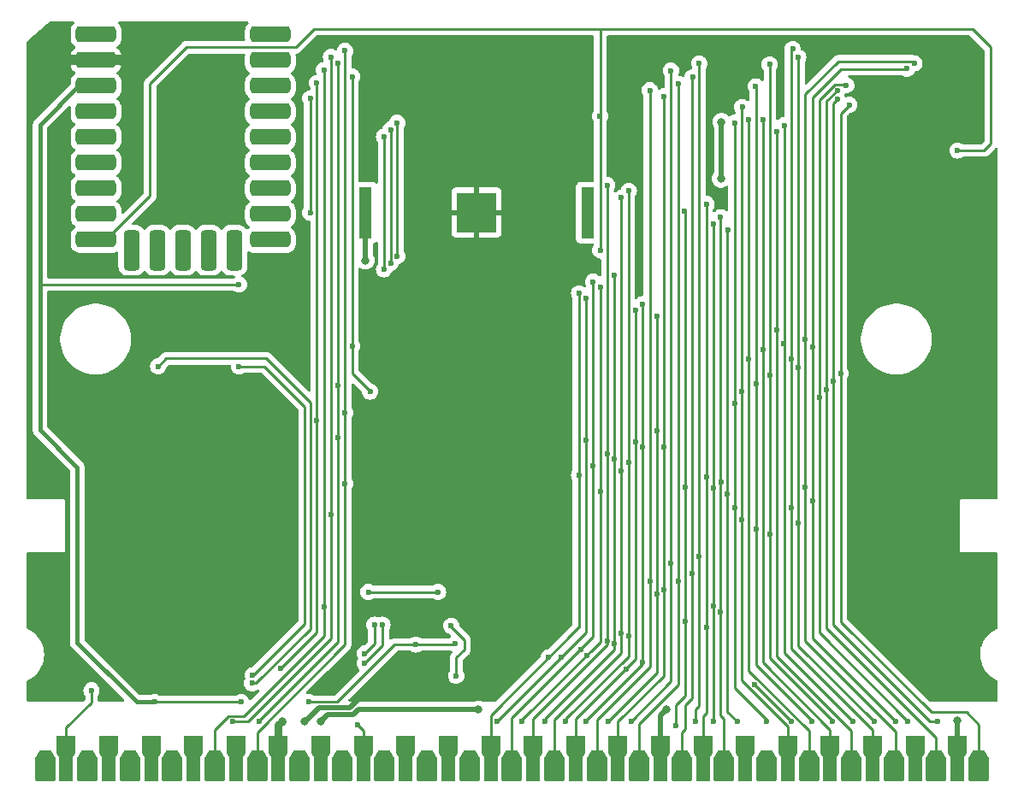
<source format=gbr>
%TF.GenerationSoftware,KiCad,Pcbnew,8.0.1*%
%TF.CreationDate,2024-04-05T12:29:39-07:00*%
%TF.ProjectId,flash-32mbit,666c6173-682d-4333-926d-6269742e6b69,10*%
%TF.SameCoordinates,Original*%
%TF.FileFunction,Copper,L2,Bot*%
%TF.FilePolarity,Positive*%
%FSLAX46Y46*%
G04 Gerber Fmt 4.6, Leading zero omitted, Abs format (unit mm)*
G04 Created by KiCad (PCBNEW 8.0.1) date 2024-04-05 12:29:39*
%MOMM*%
%LPD*%
G01*
G04 APERTURE LIST*
G04 Aperture macros list*
%AMRoundRect*
0 Rectangle with rounded corners*
0 $1 Rounding radius*
0 $2 $3 $4 $5 $6 $7 $8 $9 X,Y pos of 4 corners*
0 Add a 4 corners polygon primitive as box body*
4,1,4,$2,$3,$4,$5,$6,$7,$8,$9,$2,$3,0*
0 Add four circle primitives for the rounded corners*
1,1,$1+$1,$2,$3*
1,1,$1+$1,$4,$5*
1,1,$1+$1,$6,$7*
1,1,$1+$1,$8,$9*
0 Add four rect primitives between the rounded corners*
20,1,$1+$1,$2,$3,$4,$5,0*
20,1,$1+$1,$4,$5,$6,$7,0*
20,1,$1+$1,$6,$7,$8,$9,0*
20,1,$1+$1,$8,$9,$2,$3,0*%
%AMFreePoly0*
4,1,19,0.558779,1.480902,0.585166,1.452410,0.985166,0.802410,1.000000,0.750000,1.000000,-1.400000,0.980902,-1.458779,0.930902,-1.495106,0.900000,-1.500000,-0.900000,-1.500000,-0.958779,-1.480902,-0.995106,-1.430902,-1.000000,-1.400000,-1.000000,0.750000,-0.985166,0.802410,-0.585166,1.452410,-0.538095,1.492460,-0.500000,1.500000,0.500000,1.500000,0.558779,1.480902,0.558779,1.480902,
$1*%
%AMFreePoly1*
4,1,23,0.858779,2.980902,0.895106,2.930902,0.900000,2.900000,0.900000,1.250000,0.886824,1.200386,0.700000,0.873444,0.700000,-1.400000,0.680902,-1.458779,0.630902,-1.495106,0.600000,-1.500000,-0.600000,-1.500000,-0.658779,-1.480902,-0.695106,-1.430902,-0.700000,-1.400000,-0.700000,0.873444,-0.886824,1.200386,-0.900000,1.250000,-0.900000,2.900000,-0.880902,2.958779,-0.830902,2.995106,
-0.800000,3.000000,0.800000,3.000000,0.858779,2.980902,0.858779,2.980902,$1*%
G04 Aperture macros list end*
%TA.AperFunction,Conductor*%
%ADD10C,0.000000*%
%TD*%
%TA.AperFunction,ComponentPad*%
%ADD11RoundRect,0.400000X-1.600000X0.400000X-1.600000X-0.400000X1.600000X-0.400000X1.600000X0.400000X0*%
%TD*%
%TA.AperFunction,ComponentPad*%
%ADD12RoundRect,0.400000X0.400000X1.600000X-0.400000X1.600000X-0.400000X-1.600000X0.400000X-1.600000X0*%
%TD*%
%TA.AperFunction,ComponentPad*%
%ADD13RoundRect,0.400000X1.600000X-0.400000X1.600000X0.400000X-1.600000X0.400000X-1.600000X-0.400000X0*%
%TD*%
%TA.AperFunction,ConnectorPad*%
%ADD14FreePoly0,0.000000*%
%TD*%
%TA.AperFunction,ConnectorPad*%
%ADD15FreePoly1,0.000000*%
%TD*%
%TA.AperFunction,SMDPad,CuDef*%
%ADD16R,1.270000X5.080000*%
%TD*%
%TA.AperFunction,SMDPad,CuDef*%
%ADD17R,3.962400X3.962400*%
%TD*%
%TA.AperFunction,ViaPad*%
%ADD18C,0.600000*%
%TD*%
%TA.AperFunction,ViaPad*%
%ADD19C,0.800000*%
%TD*%
%TA.AperFunction,Conductor*%
%ADD20C,0.250000*%
%TD*%
%TA.AperFunction,Conductor*%
%ADD21C,0.500000*%
%TD*%
%TA.AperFunction,Conductor*%
%ADD22C,1.000000*%
%TD*%
%TA.AperFunction,Conductor*%
%ADD23C,0.400000*%
%TD*%
%TA.AperFunction,Conductor*%
%ADD24C,0.750000*%
%TD*%
G04 APERTURE END LIST*
D10*
%TA.AperFunction,Conductor*%
%TO.N,GND*%
G36*
X149533314Y-90560161D02*
G01*
X149863075Y-91559008D01*
X150249171Y-92697585D01*
X150114849Y-92717089D01*
X149983004Y-92741342D01*
X149853605Y-92770270D01*
X149726620Y-92803802D01*
X149602015Y-92841862D01*
X149479760Y-92884379D01*
X149359822Y-92931278D01*
X149242168Y-92982488D01*
X148574782Y-91030816D01*
X142994296Y-93036145D01*
X142246282Y-93302541D01*
X141874844Y-93436361D01*
X141511438Y-93575560D01*
X141160807Y-93723860D01*
X140827689Y-93884985D01*
X140669180Y-93971520D01*
X140516827Y-94062656D01*
X140371223Y-94158861D01*
X140232960Y-94260598D01*
X140102632Y-94368333D01*
X139980830Y-94482531D01*
X139868148Y-94603658D01*
X139765177Y-94732179D01*
X139672511Y-94868560D01*
X139590741Y-95013266D01*
X139520461Y-95166761D01*
X139462264Y-95329512D01*
X139416741Y-95501984D01*
X139384485Y-95684642D01*
X139366090Y-95877952D01*
X139362146Y-96082378D01*
X139373248Y-96298387D01*
X139399988Y-96526443D01*
X139442957Y-96767012D01*
X139502750Y-97020559D01*
X139601991Y-97250876D01*
X139715642Y-97456080D01*
X139842862Y-97637227D01*
X139982809Y-97795371D01*
X140134644Y-97931567D01*
X140297527Y-98046869D01*
X140470616Y-98142331D01*
X140653072Y-98219010D01*
X140844055Y-98277959D01*
X141042722Y-98320233D01*
X141248236Y-98346887D01*
X141459754Y-98358975D01*
X141676437Y-98357553D01*
X141897444Y-98343674D01*
X142349069Y-98282766D01*
X142807906Y-98184690D01*
X143267232Y-98057883D01*
X143720324Y-97910783D01*
X144160458Y-97751826D01*
X145656956Y-97166185D01*
X145786509Y-97504572D01*
X145944257Y-97936309D01*
X146303333Y-98943536D01*
X146652170Y-99915263D01*
X146797120Y-100302625D01*
X146908754Y-100578886D01*
X147060556Y-100812454D01*
X147224150Y-101022446D01*
X147398272Y-101209341D01*
X147581659Y-101373621D01*
X147773047Y-101515766D01*
X147971173Y-101636257D01*
X148174772Y-101735575D01*
X148382580Y-101814199D01*
X148593335Y-101872612D01*
X148805772Y-101911293D01*
X149018628Y-101930724D01*
X149230638Y-101931384D01*
X149440539Y-101913755D01*
X149647068Y-101878317D01*
X149848960Y-101825552D01*
X150044952Y-101755938D01*
X150233781Y-101669958D01*
X150414181Y-101568092D01*
X150584890Y-101450820D01*
X150744644Y-101318624D01*
X150892179Y-101171984D01*
X151026232Y-101011380D01*
X151145538Y-100837293D01*
X151248834Y-100650205D01*
X151334857Y-100450595D01*
X151402341Y-100238944D01*
X151450025Y-100015733D01*
X151476643Y-99781443D01*
X151480933Y-99536554D01*
X151461630Y-99281547D01*
X151417471Y-99016902D01*
X151347192Y-98743101D01*
X149694392Y-94328053D01*
X149748199Y-94295026D01*
X149803051Y-94263237D01*
X149858934Y-94232713D01*
X149915839Y-94203483D01*
X149973751Y-94175577D01*
X150032660Y-94149023D01*
X150092553Y-94123850D01*
X150153418Y-94100087D01*
X150215243Y-94077763D01*
X150278015Y-94056906D01*
X150341724Y-94037545D01*
X150406356Y-94019710D01*
X150471900Y-94003429D01*
X150538343Y-93988730D01*
X150605674Y-93975643D01*
X150673880Y-93964197D01*
X150727530Y-94109679D01*
X150780265Y-94244467D01*
X150831805Y-94370063D01*
X150881869Y-94487966D01*
X150976447Y-94706700D01*
X151020402Y-94810532D01*
X151061759Y-94912675D01*
X151230535Y-95350824D01*
X151400057Y-95804381D01*
X151733602Y-96720653D01*
X152046926Y-97587355D01*
X152324562Y-98330351D01*
X152387949Y-98507045D01*
X152442221Y-98686654D01*
X152487409Y-98868771D01*
X152523545Y-99052988D01*
X152550661Y-99238897D01*
X152568788Y-99426092D01*
X152577959Y-99614166D01*
X152578203Y-99802711D01*
X152569554Y-99991320D01*
X152552043Y-100179585D01*
X152525701Y-100367100D01*
X152490560Y-100553456D01*
X152446651Y-100738248D01*
X152394007Y-100921067D01*
X152332658Y-101101506D01*
X152262637Y-101279159D01*
X152183974Y-101453617D01*
X152096703Y-101624474D01*
X152000853Y-101791322D01*
X151896457Y-101953754D01*
X151783547Y-102111362D01*
X151662154Y-102263740D01*
X151532309Y-102410481D01*
X151394045Y-102551176D01*
X151247392Y-102685419D01*
X151092383Y-102812802D01*
X150929048Y-102932919D01*
X150757421Y-103045361D01*
X150577532Y-103149722D01*
X150389412Y-103245595D01*
X150193094Y-103332571D01*
X149988609Y-103410244D01*
X149538280Y-103490867D01*
X149099368Y-103538269D01*
X148884442Y-103548974D01*
X148672670Y-103550730D01*
X148464150Y-103543319D01*
X148258983Y-103526528D01*
X148057269Y-103500141D01*
X147859106Y-103463942D01*
X147664596Y-103417718D01*
X147473836Y-103361253D01*
X147286928Y-103294331D01*
X147103971Y-103216738D01*
X146925064Y-103128258D01*
X146750308Y-103028676D01*
X146579802Y-102917778D01*
X146413645Y-102795348D01*
X146251937Y-102661170D01*
X146094779Y-102515031D01*
X145942270Y-102356714D01*
X145794509Y-102186004D01*
X145651596Y-102002687D01*
X145513631Y-101806548D01*
X145380713Y-101597370D01*
X145252943Y-101374940D01*
X145130420Y-101139042D01*
X145013244Y-100889460D01*
X144901514Y-100625980D01*
X144795330Y-100348387D01*
X144694792Y-100056465D01*
X144600000Y-99750000D01*
X144441402Y-99822573D01*
X144006578Y-99992571D01*
X143704785Y-100091734D01*
X143356982Y-100188408D01*
X142970849Y-100273646D01*
X142554070Y-100338499D01*
X142114324Y-100374019D01*
X141659296Y-100371259D01*
X141428451Y-100352727D01*
X141196665Y-100321269D01*
X140964900Y-100275767D01*
X140734115Y-100215102D01*
X140505271Y-100138156D01*
X140279327Y-100043810D01*
X140057244Y-99930946D01*
X139839983Y-99798445D01*
X139628502Y-99645188D01*
X139423764Y-99470058D01*
X139226727Y-99271935D01*
X139038353Y-99049701D01*
X138895081Y-98858862D01*
X138761771Y-98665142D01*
X138638546Y-98468839D01*
X138525527Y-98270251D01*
X138422837Y-98069673D01*
X138330598Y-97867405D01*
X138248931Y-97663743D01*
X138177959Y-97458985D01*
X138117804Y-97253428D01*
X138068587Y-97047369D01*
X138030430Y-96841106D01*
X138003456Y-96634937D01*
X137987787Y-96429158D01*
X137983544Y-96224068D01*
X137990849Y-96019963D01*
X138009825Y-95817141D01*
X138040593Y-95615900D01*
X138083276Y-95416536D01*
X138137996Y-95219347D01*
X138204873Y-95024631D01*
X138284031Y-94832685D01*
X138375592Y-94643806D01*
X138479677Y-94458293D01*
X138596408Y-94276441D01*
X138725908Y-94098549D01*
X138868298Y-93924914D01*
X139023700Y-93755833D01*
X139192237Y-93591604D01*
X139374030Y-93432525D01*
X139569201Y-93278892D01*
X139777872Y-93131003D01*
X140000166Y-92989156D01*
X140977993Y-92607630D01*
X142055016Y-92208866D01*
X144407859Y-91368688D01*
X146861112Y-90486759D01*
X148063647Y-90035806D01*
X149217190Y-89581216D01*
X149533314Y-90560161D01*
G37*
%TD.AperFunction*%
%TD*%
D11*
%TO.P,U4,0,GP0*%
%TO.N,unconnected-(U4-GP0-Pad0)*%
X126300000Y-60340000D03*
%TO.P,U4,1,GP1*%
%TO.N,unconnected-(U4-GP1-Pad1)*%
X126300000Y-62880000D03*
%TO.P,U4,2,GP2*%
%TO.N,/SPI_CLK*%
X126300000Y-65420000D03*
%TO.P,U4,3,GP3*%
%TO.N,/SPI_TX*%
X126300000Y-67960000D03*
%TO.P,U4,4,GP4*%
%TO.N,/SPI_RX*%
X126300000Y-70500000D03*
%TO.P,U4,5,GP5*%
%TO.N,/MCPD_CS*%
X126300000Y-73040000D03*
%TO.P,U4,6,GP6*%
%TO.N,/MCPA0_CS*%
X126300000Y-75580000D03*
%TO.P,U4,7,GP7*%
%TO.N,/MCPA1_CS*%
X126300000Y-78120000D03*
%TO.P,U4,8,GP8*%
%TO.N,unconnected-(U4-GP8-Pad8)*%
X126300000Y-80660000D03*
D12*
%TO.P,U4,9,GP9*%
%TO.N,unconnected-(U4-GP9-Pad9)*%
X122730000Y-81700000D03*
%TO.P,U4,10,GP10*%
%TO.N,unconnected-(U4-GP10-Pad10)*%
X120190000Y-81700000D03*
%TO.P,U4,11,GP11*%
%TO.N,unconnected-(U4-GP11-Pad11)*%
X117650000Y-81700000D03*
%TO.P,U4,12,GP12*%
%TO.N,/UART0_TX*%
X115110000Y-81700000D03*
%TO.P,U4,13,GP13*%
%TO.N,/UART0_RX*%
X112570000Y-81700000D03*
D13*
%TO.P,U4,14,GP14*%
%TO.N,/~{INSERTED}*%
X109050000Y-80660000D03*
%TO.P,U4,15,GP15*%
%TO.N,unconnected-(U4-GP15-Pad15)*%
X109050000Y-78120000D03*
%TO.P,U4,16,GP26*%
%TO.N,unconnected-(U4-GP26-Pad16)*%
X109050000Y-75580000D03*
%TO.P,U4,17,GP27*%
%TO.N,unconnected-(U4-GP27-Pad17)*%
X109050000Y-73040000D03*
%TO.P,U4,18,GP28*%
%TO.N,unconnected-(U4-GP28-Pad18)*%
X109050000Y-70500000D03*
%TO.P,U4,19,GP29*%
%TO.N,unconnected-(U4-GP29-Pad19)*%
X109050000Y-67960000D03*
%TO.P,U4,20,3V3*%
%TO.N,+3V3*%
X109050000Y-65420000D03*
%TO.P,U4,21,GND*%
%TO.N,GND*%
X109050000Y-62880000D03*
%TO.P,U4,22,VBUS*%
%TO.N,unconnected-(U4-VBUS-Pad22)*%
X109050000Y-60340000D03*
%TD*%
D14*
%TO.P,J1,46*%
%TO.N,unconnected-(J1-Pad46)*%
X104000000Y-132775000D03*
D15*
%TO.P,J1,47,GND*%
%TO.N,/~{INSERTED}*%
X106100000Y-132775000D03*
D14*
%TO.P,J1,48*%
%TO.N,unconnected-(J1-Pad48)*%
X108200000Y-132775000D03*
D15*
%TO.P,J1,49,AGND*%
%TO.N,unconnected-(J1-AGND-Pad49)*%
X110300000Y-132775000D03*
D14*
%TO.P,J1,50,VSYNC*%
%TO.N,unconnected-(J1-VSYNC-Pad50)*%
X112400000Y-132775000D03*
D15*
%TO.P,J1,51,VFB*%
%TO.N,unconnected-(J1-VFB-Pad51)*%
X114500000Y-132775000D03*
D14*
%TO.P,J1,52*%
%TO.N,unconnected-(J1-Pad52)*%
X116600000Y-132775000D03*
D15*
%TO.P,J1,53,RH_P56*%
%TO.N,unconnected-(J1-RH_P56-Pad53)*%
X118700000Y-132775000D03*
D14*
%TO.P,J1,54,~{CS6}*%
%TO.N,/ROMCE*%
X120800000Y-132775000D03*
D15*
%TO.P,J1,55*%
%TO.N,unconnected-(J1-Pad55)*%
X122900000Y-132775000D03*
D14*
%TO.P,J1,56,~{OE}*%
%TO.N,/OE*%
X125000000Y-132775000D03*
D15*
%TO.P,J1,57,+5V*%
%TO.N,+5V*%
X127100000Y-132775000D03*
D14*
%TO.P,J1,58*%
%TO.N,unconnected-(J1-Pad58)*%
X129200000Y-132775000D03*
D15*
%TO.P,J1,59*%
%TO.N,unconnected-(J1-Pad59)*%
X131300000Y-132775000D03*
D14*
%TO.P,J1,60,CLK*%
%TO.N,unconnected-(J1-CLK-Pad60)*%
X133400000Y-132775000D03*
D15*
%TO.P,J1,61,PB3*%
%TO.N,/F61*%
X135500000Y-132775000D03*
D14*
%TO.P,J1,62,PB5*%
%TO.N,unconnected-(J1-PB5-Pad62)*%
X137600000Y-132775000D03*
D15*
%TO.P,J1,63,PB7*%
%TO.N,unconnected-(J1-PB7-Pad63)*%
X139700000Y-132775000D03*
D14*
%TO.P,J1,64,PB13*%
%TO.N,unconnected-(J1-PB13-Pad64)*%
X141800000Y-132775000D03*
D15*
%TO.P,J1,65,PB14*%
%TO.N,unconnected-(J1-PB14-Pad65)*%
X143900000Y-132775000D03*
D14*
%TO.P,J1,66,PB15*%
%TO.N,unconnected-(J1-PB15-Pad66)*%
X146000000Y-132775000D03*
D15*
%TO.P,J1,67,A11*%
%TO.N,/A11*%
X148100000Y-132775000D03*
D14*
%TO.P,J1,68,A9*%
%TO.N,/A9*%
X150200000Y-132775000D03*
D15*
%TO.P,J1,69,A7*%
%TO.N,/A7*%
X152300000Y-132775000D03*
D14*
%TO.P,J1,70,A5*%
%TO.N,/A5*%
X154400000Y-132775000D03*
D15*
%TO.P,J1,71,A14*%
%TO.N,/A14*%
X156500000Y-132775000D03*
D14*
%TO.P,J1,72,A17*%
%TO.N,/A17*%
X158600000Y-132775000D03*
D15*
%TO.P,J1,73,A16*%
%TO.N,/A16*%
X160700000Y-132775000D03*
D14*
%TO.P,J1,74,A18*%
%TO.N,/A18*%
X162800000Y-132775000D03*
D15*
%TO.P,J1,75,GND*%
%TO.N,GND*%
X164900000Y-132775000D03*
D14*
%TO.P,J1,76,A19*%
%TO.N,/A19*%
X167000000Y-132775000D03*
D15*
%TO.P,J1,77,A4*%
%TO.N,/A4*%
X169100000Y-132775000D03*
D14*
%TO.P,J1,78,A2*%
%TO.N,/A2*%
X171200000Y-132775000D03*
D15*
%TO.P,J1,79*%
%TO.N,unconnected-(J1-Pad79)*%
X173300000Y-132775000D03*
D14*
%TO.P,J1,80*%
%TO.N,unconnected-(J1-Pad80)*%
X175400000Y-132775000D03*
D15*
%TO.P,J1,81,D1*%
%TO.N,/D1*%
X177500000Y-132775000D03*
D14*
%TO.P,J1,82,D12*%
%TO.N,/D12*%
X179600000Y-132775000D03*
D15*
%TO.P,J1,83,D13*%
%TO.N,/D13*%
X181700000Y-132775000D03*
D14*
%TO.P,J1,84,D15*%
%TO.N,/D15*%
X183800000Y-132775000D03*
D15*
%TO.P,J1,85,D5*%
%TO.N,/D5*%
X185900000Y-132775000D03*
D14*
%TO.P,J1,86,D7*%
%TO.N,/D7*%
X188000000Y-132775000D03*
D15*
%TO.P,J1,87*%
%TO.N,unconnected-(J1-Pad87)*%
X190100000Y-132775000D03*
D14*
%TO.P,J1,88,D9*%
%TO.N,/D9*%
X192200000Y-132775000D03*
D15*
%TO.P,J1,89,+5V*%
%TO.N,+5V*%
X194300000Y-132775000D03*
D14*
%TO.P,J1,90,D11*%
%TO.N,/D11*%
X196400000Y-132775000D03*
%TD*%
D16*
%TO.P,BT1,*%
%TO.N,*%
X157684999Y-77973099D03*
%TO.P,BT1,1,+*%
%TO.N,+BATT*%
X135715001Y-77973100D03*
D17*
%TO.P,BT1,2,-*%
%TO.N,GND*%
X146700000Y-77973099D03*
%TD*%
D18*
%TO.N,/A18*%
X166650000Y-65200000D03*
X166650000Y-114450000D03*
%TO.N,/A17*%
X163850000Y-65850000D03*
X163862180Y-114462180D03*
%TO.N,/A7*%
X159650000Y-101875500D03*
X159650000Y-75250000D03*
X159650000Y-120424500D03*
%TO.N,/A6*%
X161732976Y-119932705D03*
X161750000Y-102700000D03*
X161775000Y-75825000D03*
X155500000Y-128350000D03*
%TO.N,/A5*%
X161050000Y-103575500D03*
X161050000Y-119624000D03*
X161050000Y-76500000D03*
%TO.N,/A4*%
X169475000Y-77125000D03*
X169450000Y-119050000D03*
X169450000Y-104200000D03*
%TO.N,/A3*%
X167350000Y-105174500D03*
X167300000Y-77850000D03*
X166400000Y-128800000D03*
X167350000Y-118474500D03*
%TO.N,/A2*%
X170900000Y-104650000D03*
X170850000Y-117550000D03*
X170875000Y-78425000D03*
%TO.N,/A1*%
X170175000Y-79075000D03*
X170150000Y-116950000D03*
X170150000Y-128350000D03*
X170150000Y-105250000D03*
%TO.N,/A0*%
X171550000Y-105824500D03*
X171575000Y-79725000D03*
X172500000Y-128400000D03*
%TO.N,/OE*%
X133700000Y-97800000D03*
X133700000Y-104825500D03*
X133700000Y-61950000D03*
%TO.N,/A16*%
X165250000Y-101200000D03*
X165250000Y-115350000D03*
X165250000Y-66450000D03*
%TO.N,/A15*%
X164550000Y-88200000D03*
X164550000Y-115750000D03*
X159700000Y-128350000D03*
X164550000Y-99600000D03*
%TO.N,/RAMWE*%
X125200000Y-128400000D03*
X133000000Y-100275500D03*
X133000000Y-63200000D03*
X133000000Y-95100000D03*
%TO.N,/ROMCE*%
X131600000Y-63850000D03*
X136000000Y-115550000D03*
X131600000Y-117000000D03*
X142900000Y-115550000D03*
D19*
%TO.N,GND*%
X196400000Y-125050000D03*
D18*
X140700000Y-122837500D03*
X115300000Y-86300000D03*
D19*
X129100000Y-64150000D03*
D18*
X119200000Y-120250000D03*
X118900000Y-88300000D03*
D19*
X147800000Y-125400000D03*
D18*
X138612500Y-67150000D03*
D19*
X153000000Y-82980000D03*
X121400000Y-64100000D03*
D18*
X146350000Y-115600000D03*
X183750000Y-71000000D03*
X128837500Y-93100000D03*
X143954762Y-95454762D03*
X185462500Y-76275000D03*
D19*
X165500000Y-127200000D03*
X145000000Y-85750000D03*
X144900000Y-67775000D03*
X105750000Y-71500000D03*
X160500000Y-61500000D03*
X113500000Y-116500000D03*
X157350000Y-61500000D03*
D18*
X140643767Y-95443767D03*
X140550000Y-78312500D03*
D19*
X194300000Y-74700000D03*
D18*
X138200000Y-122837500D03*
D19*
X129700000Y-128400000D03*
D18*
%TO.N,/SPI_CLK*%
X138850000Y-82300000D03*
X138850000Y-69075000D03*
%TO.N,/SPI_TX*%
X138200000Y-69750000D03*
X138200000Y-82950000D03*
%TO.N,/SPI_RX*%
X137550000Y-70450000D03*
X137550000Y-83600000D03*
%TO.N,/A14*%
X161500000Y-123174500D03*
X162450000Y-87650000D03*
X162450000Y-100650000D03*
%TO.N,/A13*%
X163150000Y-87050000D03*
X157550000Y-128350000D03*
X163150000Y-122550000D03*
X163150000Y-101200000D03*
%TO.N,/A12*%
X157550000Y-86500000D03*
X148750000Y-128350000D03*
X157550000Y-100550000D03*
X155100000Y-122024500D03*
%TO.N,/A11*%
X156850000Y-85975000D03*
X153850000Y-122024500D03*
X156850000Y-104000000D03*
%TO.N,/A10*%
X157600000Y-121850000D03*
X158950000Y-105600000D03*
X158950000Y-85400000D03*
X151200000Y-128350000D03*
%TO.N,/A9*%
X158250000Y-103025500D03*
X157000000Y-121224500D03*
X158250000Y-84825000D03*
%TO.N,/A8*%
X160300000Y-102375500D03*
X160348278Y-120696828D03*
X160350000Y-84200000D03*
X153500000Y-128350000D03*
%TO.N,/A19*%
X168100000Y-64550000D03*
X168050000Y-113750000D03*
%TO.N,/D0*%
X172250000Y-107174500D03*
X172250000Y-96850000D03*
X172250000Y-69075000D03*
X175400000Y-128400000D03*
%TO.N,/D8*%
X180650000Y-96250000D03*
X183300000Y-65375000D03*
X189400000Y-128350000D03*
%TO.N,/D1*%
X172950000Y-95675500D03*
X172993413Y-67518413D03*
X172950000Y-108400000D03*
%TO.N,/D9*%
X182400000Y-65875000D03*
X181350000Y-95500000D03*
%TO.N,/D2*%
X174343413Y-65468413D03*
X179850000Y-128350000D03*
X174350000Y-109324500D03*
X174350000Y-94925500D03*
%TO.N,/D10*%
X182050000Y-94650000D03*
X192300000Y-128350000D03*
X182400000Y-66775000D03*
%TO.N,/D3*%
X175750000Y-94075500D03*
X175750000Y-109850000D03*
X181900000Y-128350000D03*
X175714838Y-63296987D03*
%TO.N,/D11*%
X183590104Y-67300000D03*
X182750000Y-93900000D03*
%TO.N,/D4*%
X178550000Y-62600000D03*
X178550000Y-93325500D03*
X186050000Y-128400000D03*
X178550000Y-108750000D03*
%TO.N,/D12*%
X173650000Y-68775000D03*
X173650000Y-92475500D03*
%TO.N,/D5*%
X177850000Y-107174500D03*
X178000000Y-61750000D03*
X177850000Y-92450000D03*
%TO.N,/D13*%
X175050000Y-91550000D03*
X175100000Y-68775000D03*
%TO.N,/D6*%
X189301930Y-63723070D03*
X188150000Y-128350000D03*
X180000000Y-106550000D03*
X179950000Y-91300000D03*
%TO.N,/D14*%
X183950000Y-128400000D03*
X177150000Y-69325000D03*
X177100000Y-90925500D03*
%TO.N,/D7*%
X179250000Y-90500000D03*
X179250000Y-105150000D03*
X190050000Y-63175000D03*
%TO.N,/D15*%
X176450000Y-69975000D03*
X176450000Y-89575500D03*
%TO.N,/F61*%
X134925500Y-128700000D03*
D19*
%TO.N,VCC*%
X170950000Y-69000000D03*
X170900000Y-74600000D03*
%TO.N,+BATT*%
X135700000Y-82700000D03*
D18*
%TO.N,/RAMCE*%
X122600000Y-128400000D03*
X132300000Y-107850000D03*
X132300000Y-62550000D03*
%TO.N,/ROMWE*%
X136168979Y-95700000D03*
X134400000Y-64500000D03*
X134400000Y-91200000D03*
%TO.N,/A21*%
X168750000Y-112050000D03*
X168750000Y-63200000D03*
X136600000Y-118800000D03*
X135650000Y-121650000D03*
X168400500Y-128350000D03*
%TO.N,/A20*%
X165950000Y-112700000D03*
X165950000Y-63900000D03*
X162001289Y-128346075D03*
%TO.N,/~{A21}*%
X135650000Y-122600000D03*
X137400000Y-118800000D03*
%TO.N,/~{INSERTED}*%
X158925000Y-68425000D03*
X194300000Y-71825000D03*
X158950000Y-81700000D03*
X108600000Y-125300000D03*
%TO.N,/RESET*%
X144700000Y-123850000D03*
X177831233Y-128368767D03*
X174181233Y-124718767D03*
X130900000Y-65150000D03*
X130900000Y-98600000D03*
X144200000Y-118900000D03*
X127350000Y-123150000D03*
%TO.N,/TX_D0*%
X124500000Y-124600000D03*
X115200000Y-93200000D03*
%TO.N,/RX_D0*%
X123200000Y-93200000D03*
X124550000Y-123800000D03*
%TO.N,+3V3*%
X114850000Y-126450000D03*
X123200000Y-85100000D03*
X130075000Y-126449500D03*
X123400000Y-126450000D03*
X144625000Y-120675000D03*
X140700000Y-120762500D03*
%TO.N,/MCPA1_CS*%
X130250000Y-66650000D03*
X130250000Y-78000000D03*
D19*
%TO.N,+5V*%
X194300000Y-128300000D03*
X127475000Y-128375000D03*
X131300000Y-128400000D03*
X146900000Y-127200000D03*
%TD*%
D20*
%TO.N,/A18*%
X162800000Y-131900000D02*
X163000000Y-132100000D01*
X166650000Y-65200000D02*
X166650000Y-124771141D01*
X166650000Y-124771141D02*
X162800000Y-128621141D01*
X162800000Y-128621141D02*
X162800000Y-131900000D01*
%TO.N,/A17*%
X163850000Y-65850000D02*
X163850000Y-122962563D01*
X163850000Y-122962563D02*
X158600000Y-128212563D01*
X158600000Y-128212563D02*
X158600000Y-131900000D01*
X158600000Y-131900000D02*
X158800000Y-132100000D01*
%TO.N,/A7*%
X152300000Y-128112563D02*
X152300000Y-131900000D01*
X159650000Y-75250000D02*
X159650000Y-120762563D01*
X152300000Y-131900000D02*
X152500000Y-132100000D01*
X159650000Y-120762563D02*
X152300000Y-128112563D01*
%TO.N,/A6*%
X161750000Y-75850000D02*
X161750000Y-121910050D01*
X155500000Y-128160050D02*
X155500000Y-128350000D01*
X161775000Y-75825000D02*
X161750000Y-75850000D01*
X161750000Y-121910050D02*
X155500000Y-128160050D01*
%TO.N,/A5*%
X154400000Y-131900000D02*
X154600000Y-132100000D01*
X154400000Y-128212563D02*
X154400000Y-131900000D01*
X161035050Y-121635050D02*
X160977513Y-121635050D01*
X161050000Y-76500000D02*
X161050000Y-121620100D01*
X160977513Y-121635050D02*
X154400000Y-128212563D01*
X161050000Y-121620100D02*
X161035050Y-121635050D01*
%TO.N,/A4*%
X169100000Y-131900000D02*
X169300000Y-132100000D01*
X169100000Y-127875000D02*
X169100000Y-131900000D01*
X169450000Y-77150000D02*
X169450000Y-127525000D01*
X169450000Y-127525000D02*
X169100000Y-127875000D01*
X169475000Y-77125000D02*
X169450000Y-77150000D01*
%TO.N,/A3*%
X166400000Y-126760050D02*
X166400000Y-128800000D01*
X167300000Y-77850000D02*
X167350000Y-77900000D01*
X167350000Y-125810050D02*
X166400000Y-126760050D01*
X167350000Y-77900000D02*
X167350000Y-125810050D01*
%TO.N,/A2*%
X170875000Y-78425000D02*
X170850000Y-78450000D01*
X171200000Y-131900000D02*
X171400000Y-132100000D01*
X170850000Y-127739950D02*
X171200000Y-128089950D01*
X171200000Y-128089950D02*
X171200000Y-131900000D01*
X170850000Y-78450000D02*
X170850000Y-127739950D01*
%TO.N,/A1*%
X170150000Y-128350000D02*
X170150000Y-79100000D01*
X170150000Y-79100000D02*
X170175000Y-79075000D01*
%TO.N,/A0*%
X171550000Y-79750000D02*
X171550000Y-127450000D01*
X171550000Y-127450000D02*
X172500000Y-128400000D01*
X171575000Y-79725000D02*
X171550000Y-79750000D01*
%TO.N,/OE*%
X125200000Y-132100000D02*
X125000000Y-131900000D01*
X125000000Y-131900000D02*
X125000000Y-129450000D01*
X133700000Y-120750000D02*
X133700000Y-61950000D01*
X125000000Y-129450000D02*
X133700000Y-120750000D01*
%TO.N,/A16*%
X165250000Y-123859927D02*
X160700000Y-128409927D01*
X165250000Y-66450000D02*
X165250000Y-123859927D01*
X160700000Y-131900000D02*
X160900000Y-132100000D01*
X160700000Y-128409927D02*
X160700000Y-131900000D01*
%TO.N,/A15*%
X159769977Y-128350000D02*
X164550000Y-123569977D01*
X159700000Y-128350000D02*
X159769977Y-128350000D01*
X164550000Y-123569977D02*
X164550000Y-88200000D01*
%TO.N,/RAMWE*%
X125200000Y-128260049D02*
X133000000Y-120460050D01*
X125200000Y-128400000D02*
X125200000Y-128260049D01*
X133000000Y-120460050D02*
X133000000Y-63200000D01*
%TO.N,/ROMCE*%
X131600000Y-63850000D02*
X131600000Y-119880150D01*
X123655150Y-127825000D02*
X122175000Y-127825000D01*
X120800000Y-129200000D02*
X120800000Y-131900000D01*
X122175000Y-127825000D02*
X120800000Y-129200000D01*
X136000000Y-115550000D02*
X142900000Y-115550000D01*
X131600000Y-119880150D02*
X123655150Y-127825000D01*
X120800000Y-131900000D02*
X121000000Y-132100000D01*
D21*
%TO.N,GND*%
X164900000Y-127800000D02*
X164900000Y-131900000D01*
X129750579Y-128400000D02*
X131150579Y-127000000D01*
X164900000Y-131900000D02*
X165100000Y-132100000D01*
X129700000Y-128400000D02*
X129750579Y-128400000D01*
X148050000Y-76623099D02*
X146700000Y-77973099D01*
D22*
X106320000Y-62880000D02*
X106300000Y-62900000D01*
D21*
X165500000Y-127200000D02*
X164900000Y-127800000D01*
D22*
X111580000Y-62880000D02*
X111600000Y-62900000D01*
X106320000Y-62880000D02*
X110050000Y-62880000D01*
X110050000Y-62880000D02*
X111580000Y-62880000D01*
D21*
X134200000Y-127000000D02*
X135900000Y-125300000D01*
X131150579Y-127000000D02*
X134200000Y-127000000D01*
D20*
%TO.N,/SPI_CLK*%
X138850000Y-82300000D02*
X138850000Y-69075000D01*
%TO.N,/SPI_TX*%
X138200000Y-82950000D02*
X138200000Y-69750000D01*
%TO.N,/SPI_RX*%
X137550000Y-83600000D02*
X137550000Y-70450000D01*
%TO.N,/A14*%
X156500000Y-128150000D02*
X162450000Y-122200000D01*
X156700000Y-132100000D02*
X156500000Y-131900000D01*
X156500000Y-131900000D02*
X156500000Y-128150000D01*
X162450000Y-122200000D02*
X162450000Y-87650000D01*
%TO.N,/A13*%
X157550000Y-128272613D02*
X163150000Y-122672613D01*
X163150000Y-122672613D02*
X163150000Y-87050000D01*
X157550000Y-128350000D02*
X157550000Y-128272613D01*
%TO.N,/A12*%
X148750000Y-128350000D02*
X157550000Y-119550000D01*
X157550000Y-119550000D02*
X157550000Y-86500000D01*
%TO.N,/A11*%
X156812563Y-119050000D02*
X156850000Y-119050000D01*
X148100000Y-131900000D02*
X148100000Y-127762563D01*
X156850000Y-119050000D02*
X156850000Y-85975000D01*
X148300000Y-132100000D02*
X148100000Y-131900000D01*
X148100000Y-127762563D02*
X156812563Y-119050000D01*
%TO.N,/A10*%
X158950000Y-120472613D02*
X151200000Y-128222613D01*
X158950000Y-85400000D02*
X158950000Y-120472613D01*
X151200000Y-128222613D02*
X151200000Y-128350000D01*
%TO.N,/A9*%
X158250000Y-84825000D02*
X158250000Y-119950000D01*
X158250000Y-119950000D02*
X150200000Y-128000000D01*
X150200000Y-131900000D02*
X150400000Y-132100000D01*
X150200000Y-128000000D02*
X150200000Y-131900000D01*
%TO.N,/A8*%
X160350000Y-121272613D02*
X153500000Y-128122613D01*
X160350000Y-84200000D02*
X160350000Y-121272613D01*
X153500000Y-128122613D02*
X153500000Y-128350000D01*
%TO.N,/A19*%
X168050000Y-64600000D02*
X168050000Y-126100000D01*
X168050000Y-126100000D02*
X167400000Y-126750000D01*
X167200000Y-132100000D02*
X167400000Y-131900000D01*
X167400000Y-126750000D02*
X167400000Y-129100000D01*
X167000000Y-129500000D02*
X167000000Y-132775000D01*
X168100000Y-64550000D02*
X168050000Y-64600000D01*
X167400000Y-129100000D02*
X167000000Y-129500000D01*
%TO.N,/D0*%
X172250000Y-69075000D02*
X172250000Y-125050000D01*
X172250000Y-125050000D02*
X175400000Y-128200000D01*
X175400000Y-128200000D02*
X175400000Y-128400000D01*
%TO.N,/D8*%
X183225000Y-65300000D02*
X182161827Y-65300000D01*
X183300000Y-65375000D02*
X183225000Y-65300000D01*
X180650000Y-66811827D02*
X180650000Y-119600000D01*
X180650000Y-119600000D02*
X189400000Y-128350000D01*
X182161827Y-65300000D02*
X180650000Y-66811827D01*
%TO.N,/D1*%
X177500000Y-128850000D02*
X177500000Y-132200000D01*
X172950000Y-67561826D02*
X172950000Y-124300000D01*
X177500000Y-132200000D02*
X177700000Y-132400000D01*
X172993413Y-67518413D02*
X172950000Y-67561826D01*
X172950000Y-124300000D02*
X177500000Y-128850000D01*
%TO.N,/D9*%
X192200000Y-130000000D02*
X192200000Y-132200000D01*
X192200000Y-132200000D02*
X192400000Y-132400000D01*
X181350000Y-66925000D02*
X181350000Y-119150000D01*
X182400000Y-65875000D02*
X181350000Y-66925000D01*
X181350000Y-119150000D02*
X192200000Y-130000000D01*
%TO.N,/D2*%
X179850000Y-128250000D02*
X179850000Y-128350000D01*
X174350000Y-65475000D02*
X174350000Y-122750000D01*
X174343413Y-65468413D02*
X174350000Y-65475000D01*
X174350000Y-122750000D02*
X179850000Y-128250000D01*
%TO.N,/D10*%
X182050000Y-67125000D02*
X182050000Y-118800000D01*
X182050000Y-118800000D02*
X191600000Y-128350000D01*
X182400000Y-66775000D02*
X182050000Y-67125000D01*
X191600000Y-128350000D02*
X192300000Y-128350000D01*
%TO.N,/D3*%
X175750000Y-63332149D02*
X175750000Y-122150000D01*
X175714838Y-63296987D02*
X175750000Y-63332149D01*
X181900000Y-128300000D02*
X181900000Y-128350000D01*
X175750000Y-122150000D02*
X181900000Y-128300000D01*
%TO.N,/D11*%
X183590104Y-67300000D02*
X182750000Y-68140104D01*
X195175000Y-127475000D02*
X196400000Y-128700000D01*
X196400000Y-128700000D02*
X196400000Y-132200000D01*
X182750000Y-68140104D02*
X182750000Y-118510050D01*
X196400000Y-132200000D02*
X196600000Y-132400000D01*
X182750000Y-118510050D02*
X191714950Y-127475000D01*
X191714950Y-127475000D02*
X195175000Y-127475000D01*
%TO.N,/D4*%
X178550000Y-120900000D02*
X186050000Y-128400000D01*
X178550000Y-62600000D02*
X178550000Y-120900000D01*
%TO.N,/D12*%
X179800000Y-132400000D02*
X179600000Y-132200000D01*
X179600000Y-132200000D02*
X179600000Y-129300000D01*
X179600000Y-129300000D02*
X173650000Y-123350000D01*
X173650000Y-123350000D02*
X173650000Y-68775000D01*
%TO.N,/D5*%
X177850000Y-61900000D02*
X177850000Y-121200000D01*
X177850000Y-121200000D02*
X185900000Y-129250000D01*
X178000000Y-61750000D02*
X177850000Y-61900000D01*
X185900000Y-129250000D02*
X185900000Y-132200000D01*
X185900000Y-132200000D02*
X186100000Y-132400000D01*
%TO.N,/D13*%
X181700000Y-129200000D02*
X181700000Y-132200000D01*
X175100000Y-68775000D02*
X175050000Y-68825000D01*
X175050000Y-122550000D02*
X181700000Y-129200000D01*
X175050000Y-68825000D02*
X175050000Y-122550000D01*
X181700000Y-132200000D02*
X181900000Y-132400000D01*
%TO.N,/D6*%
X179950000Y-66550000D02*
X179950000Y-120150000D01*
X182750000Y-63750000D02*
X179950000Y-66550000D01*
X189275000Y-63750000D02*
X182750000Y-63750000D01*
X179950000Y-120150000D02*
X188150000Y-128350000D01*
X189301930Y-63723070D02*
X189275000Y-63750000D01*
%TO.N,/D14*%
X177150000Y-121609797D02*
X183940203Y-128400000D01*
X177150000Y-69325000D02*
X177150000Y-121609797D01*
X183940203Y-128400000D02*
X183950000Y-128400000D01*
%TO.N,/D7*%
X188200000Y-129400000D02*
X188200000Y-132400000D01*
X179250000Y-66250000D02*
X179250000Y-120450000D01*
X179250000Y-120450000D02*
X188200000Y-129400000D01*
X189875000Y-63000000D02*
X182500000Y-63000000D01*
X182500000Y-63000000D02*
X179250000Y-66250000D01*
X190050000Y-63175000D02*
X189875000Y-63000000D01*
%TO.N,/D15*%
X176450000Y-69975000D02*
X176450000Y-121950000D01*
X176450000Y-121950000D02*
X183800000Y-129300000D01*
X183800000Y-132200000D02*
X184000000Y-132400000D01*
X183800000Y-129300000D02*
X183800000Y-132200000D01*
%TO.N,/F61*%
X135500000Y-132775000D02*
X135500000Y-129274500D01*
X135500000Y-129274500D02*
X134925500Y-128700000D01*
D21*
%TO.N,VCC*%
X170900000Y-74600000D02*
X170950000Y-74550000D01*
X170950000Y-74550000D02*
X170950000Y-69000000D01*
%TO.N,+BATT*%
X135700000Y-82700000D02*
X135700000Y-77988101D01*
X135700000Y-77988101D02*
X135715001Y-77973100D01*
D23*
X135800000Y-79500000D02*
X135715001Y-79415001D01*
X135715001Y-79415001D02*
X135715001Y-77973100D01*
D20*
%TO.N,/RAMCE*%
X124070100Y-128400000D02*
X122600000Y-128400000D01*
X132300000Y-120170100D02*
X124070100Y-128400000D01*
X132300000Y-62550000D02*
X132300000Y-120170100D01*
%TO.N,/ROMWE*%
X136168979Y-95668979D02*
X134400000Y-93900000D01*
X136168979Y-95700000D02*
X136168979Y-95668979D01*
X134400000Y-93900000D02*
X134400000Y-64500000D01*
%TO.N,/A21*%
X168750000Y-126850000D02*
X168400500Y-127199500D01*
X136600000Y-120700000D02*
X136600000Y-118800000D01*
X135650000Y-121650000D02*
X136600000Y-120700000D01*
X168750000Y-63200000D02*
X168750000Y-126850000D01*
X168400500Y-127199500D02*
X168400500Y-128350000D01*
%TO.N,/A20*%
X165950000Y-124397364D02*
X162001289Y-128346075D01*
X165950000Y-63900000D02*
X165950000Y-124397364D01*
%TO.N,/~{A21}*%
X137400000Y-120850000D02*
X137400000Y-118800000D01*
X135650000Y-122600000D02*
X137400000Y-120850000D01*
%TO.N,/~{INSERTED}*%
X197600000Y-71150000D02*
X196925000Y-71825000D01*
X110050000Y-80660000D02*
X114400000Y-76310000D01*
X118000000Y-61600000D02*
X128800000Y-61600000D01*
X128800000Y-61600000D02*
X130600000Y-59800000D01*
X114400000Y-65200000D02*
X118000000Y-61600000D01*
X197600000Y-61600000D02*
X197600000Y-71150000D01*
X114400000Y-76310000D02*
X114400000Y-65200000D01*
X195800000Y-59800000D02*
X197600000Y-61600000D01*
X106100000Y-129000000D02*
X106100000Y-132775000D01*
X130600000Y-59800000D02*
X195800000Y-59800000D01*
X196925000Y-71825000D02*
X194300000Y-71825000D01*
X158950000Y-81700000D02*
X158950000Y-59800000D01*
X108600000Y-125300000D02*
X108600000Y-126500000D01*
X108600000Y-126500000D02*
X106100000Y-129000000D01*
%TO.N,/RESET*%
X130900000Y-98600000D02*
X130900000Y-65150000D01*
X144200000Y-119000000D02*
X144200000Y-118900000D01*
X144700000Y-123850000D02*
X144700000Y-122056586D01*
X130900000Y-119600000D02*
X130900000Y-98600000D01*
X145500000Y-121256586D02*
X145500000Y-120300000D01*
X145500000Y-120300000D02*
X144200000Y-119000000D01*
X144700000Y-122056586D02*
X145500000Y-121256586D01*
X127350000Y-123150000D02*
X130900000Y-119600000D01*
X177831233Y-128368767D02*
X174181233Y-124718767D01*
%TO.N,/TX_D0*%
X124900000Y-124600000D02*
X130300000Y-119200000D01*
X125900000Y-92400000D02*
X116000000Y-92400000D01*
X124500000Y-124600000D02*
X124900000Y-124600000D01*
X130300000Y-96800000D02*
X125900000Y-92400000D01*
X116000000Y-92400000D02*
X115200000Y-93200000D01*
X130300000Y-119200000D02*
X130300000Y-96800000D01*
%TO.N,/RX_D0*%
X129700000Y-118700000D02*
X129700000Y-97200000D01*
X124600000Y-123800000D02*
X129700000Y-118700000D01*
X124550000Y-123800000D02*
X124600000Y-123800000D01*
X125700000Y-93200000D02*
X123200000Y-93200000D01*
X129700000Y-97200000D02*
X125700000Y-93200000D01*
D23*
%TO.N,+3V3*%
X107367500Y-65420000D02*
X110050000Y-65420000D01*
D20*
X123400000Y-126450000D02*
X114850000Y-126450000D01*
X103525000Y-85100000D02*
X123200000Y-85100000D01*
D23*
X114842512Y-126457488D02*
X113057488Y-126457488D01*
X103500000Y-85075000D02*
X103500000Y-69287500D01*
D20*
X103500000Y-85075000D02*
X103525000Y-85100000D01*
X140700000Y-120762500D02*
X144550000Y-120762500D01*
X138587500Y-120762500D02*
X140700000Y-120762500D01*
D23*
X103500000Y-99500000D02*
X103500000Y-85075000D01*
X107200000Y-103200000D02*
X103500000Y-99500000D01*
X103500000Y-69287500D02*
X107367500Y-65420000D01*
D20*
X144550000Y-120762500D02*
X144625000Y-120687500D01*
D23*
X114850000Y-126450000D02*
X114842512Y-126457488D01*
X113057488Y-126457488D02*
X107200000Y-120600000D01*
D20*
X144625000Y-120687500D02*
X144625000Y-120675000D01*
X132925000Y-126425000D02*
X138587500Y-120762500D01*
D23*
X107200000Y-120600000D02*
X107200000Y-103200000D01*
D20*
X130075000Y-126449500D02*
X130099500Y-126425000D01*
X130099500Y-126425000D02*
X132925000Y-126425000D01*
%TO.N,/MCPA0_CS*%
X125300000Y-75580000D02*
X127580000Y-75580000D01*
%TO.N,/MCPA1_CS*%
X130250000Y-66650000D02*
X130250000Y-78000000D01*
D21*
%TO.N,+5V*%
X134500000Y-127700000D02*
X135000000Y-127200000D01*
X132000000Y-127700000D02*
X134500000Y-127700000D01*
X135000000Y-127200000D02*
X146900000Y-127200000D01*
D24*
X127100000Y-128750000D02*
X127100000Y-132775000D01*
D21*
X194300000Y-131900000D02*
X194500000Y-132100000D01*
X127475000Y-128375000D02*
X127391438Y-128458562D01*
X194300000Y-128300000D02*
X194300000Y-131900000D01*
X131300000Y-128400000D02*
X132000000Y-127700000D01*
D24*
X127475000Y-128375000D02*
X127100000Y-128750000D01*
D21*
X127391438Y-128458562D02*
X127300000Y-128458562D01*
%TD*%
%TA.AperFunction,Conductor*%
%TO.N,GND*%
G36*
X106834407Y-59070185D02*
G01*
X106880162Y-59122989D01*
X106890106Y-59192147D01*
X106861081Y-59255703D01*
X106845408Y-59270861D01*
X106809743Y-59299743D01*
X106690614Y-59446853D01*
X106604680Y-59615512D01*
X106555687Y-59798356D01*
X106555687Y-59798357D01*
X106549500Y-59876973D01*
X106549500Y-60803010D01*
X106549501Y-60803029D01*
X106555687Y-60881643D01*
X106585157Y-60991628D01*
X106604680Y-61064488D01*
X106608990Y-61072946D01*
X106690614Y-61233146D01*
X106702430Y-61247737D01*
X106809743Y-61380257D01*
X106956851Y-61499383D01*
X106956853Y-61499384D01*
X106957655Y-61499793D01*
X106958037Y-61500153D01*
X106962304Y-61502925D01*
X106961797Y-61503704D01*
X107008453Y-61547765D01*
X107025251Y-61615585D01*
X107002717Y-61681721D01*
X106962163Y-61716867D01*
X106962574Y-61717500D01*
X106958026Y-61720453D01*
X106957677Y-61720756D01*
X106957133Y-61721033D01*
X106957124Y-61721038D01*
X106810099Y-61840099D01*
X106691038Y-61987124D01*
X106691037Y-61987126D01*
X106605150Y-62155692D01*
X106556184Y-62338435D01*
X106556184Y-62338436D01*
X106550000Y-62417012D01*
X106550000Y-63342987D01*
X106556184Y-63421563D01*
X106556184Y-63421564D01*
X106605150Y-63604307D01*
X106691037Y-63772873D01*
X106691038Y-63772875D01*
X106810099Y-63919900D01*
X106957124Y-64038961D01*
X106957127Y-64038963D01*
X106957663Y-64039236D01*
X106957916Y-64039475D01*
X106962574Y-64042500D01*
X106962020Y-64043351D01*
X107008458Y-64087212D01*
X107025251Y-64155033D01*
X107002711Y-64221168D01*
X106961932Y-64256503D01*
X106962304Y-64257075D01*
X106958189Y-64259747D01*
X106957668Y-64260199D01*
X106956858Y-64260611D01*
X106956855Y-64260613D01*
X106809743Y-64379743D01*
X106690614Y-64526853D01*
X106604680Y-64695512D01*
X106555687Y-64878356D01*
X106555687Y-64878357D01*
X106549500Y-64956973D01*
X106549500Y-65195980D01*
X106529815Y-65263019D01*
X106513181Y-65283661D01*
X102955888Y-68840953D01*
X102955887Y-68840954D01*
X102879222Y-68955692D01*
X102826421Y-69083167D01*
X102826418Y-69083179D01*
X102803281Y-69199498D01*
X102803280Y-69199503D01*
X102799500Y-69218502D01*
X102799500Y-69218507D01*
X102799500Y-85006007D01*
X102799500Y-99431006D01*
X102799500Y-99568994D01*
X102799500Y-99568996D01*
X102799499Y-99568996D01*
X102826418Y-99704322D01*
X102826421Y-99704332D01*
X102879222Y-99831807D01*
X102955887Y-99946545D01*
X102955888Y-99946546D01*
X106463181Y-103453838D01*
X106496666Y-103515161D01*
X106499500Y-103541519D01*
X106499500Y-120531006D01*
X106499500Y-120668994D01*
X106499500Y-120668996D01*
X106499499Y-120668996D01*
X106526418Y-120804322D01*
X106526421Y-120804332D01*
X106579222Y-120931807D01*
X106655887Y-121046545D01*
X106655888Y-121046546D01*
X111797662Y-126188319D01*
X111831147Y-126249642D01*
X111826163Y-126319334D01*
X111784291Y-126375267D01*
X111718827Y-126399684D01*
X111709981Y-126400000D01*
X109349500Y-126400000D01*
X109282461Y-126380315D01*
X109236706Y-126327511D01*
X109225500Y-126276000D01*
X109225500Y-125844854D01*
X109244507Y-125778881D01*
X109258264Y-125756988D01*
X109316295Y-125664632D01*
X109325788Y-125649524D01*
X109385368Y-125479254D01*
X109385369Y-125479249D01*
X109405565Y-125300003D01*
X109405565Y-125299996D01*
X109385369Y-125120750D01*
X109385368Y-125120745D01*
X109382170Y-125111606D01*
X109325789Y-124950478D01*
X109325188Y-124949522D01*
X109229815Y-124797737D01*
X109102262Y-124670184D01*
X108949523Y-124574211D01*
X108779254Y-124514631D01*
X108779249Y-124514630D01*
X108600004Y-124494435D01*
X108599996Y-124494435D01*
X108420750Y-124514630D01*
X108420745Y-124514631D01*
X108250476Y-124574211D01*
X108097737Y-124670184D01*
X107970184Y-124797737D01*
X107874211Y-124950476D01*
X107814631Y-125120745D01*
X107814630Y-125120750D01*
X107794435Y-125299996D01*
X107794435Y-125300003D01*
X107814630Y-125479249D01*
X107814631Y-125479254D01*
X107874211Y-125649524D01*
X107955493Y-125778881D01*
X107974500Y-125844854D01*
X107974500Y-126189548D01*
X107954815Y-126256587D01*
X107938181Y-126277229D01*
X107851729Y-126363681D01*
X107790406Y-126397166D01*
X107764048Y-126400000D01*
X102331900Y-126400000D01*
X102264861Y-126380315D01*
X102219106Y-126327511D01*
X102207900Y-126276000D01*
X102207900Y-124402065D01*
X102227585Y-124335026D01*
X102280389Y-124289271D01*
X102285901Y-124286913D01*
X102291893Y-124284519D01*
X102291902Y-124284515D01*
X102369388Y-124242799D01*
X102570999Y-124134259D01*
X102831308Y-123953396D01*
X103069488Y-123744248D01*
X103282480Y-123509499D01*
X103467551Y-123252165D01*
X103622325Y-122975547D01*
X103743049Y-122687413D01*
X103744813Y-122683202D01*
X103744813Y-122683201D01*
X103744815Y-122683197D01*
X103833448Y-122378867D01*
X103887087Y-122066465D01*
X103905044Y-121750000D01*
X103887087Y-121433535D01*
X103833448Y-121121133D01*
X103744815Y-120816804D01*
X103744814Y-120816802D01*
X103744813Y-120816798D01*
X103622330Y-120524464D01*
X103622328Y-120524461D01*
X103622325Y-120524453D01*
X103467551Y-120247835D01*
X103282480Y-119990501D01*
X103201516Y-119901267D01*
X103069498Y-119755763D01*
X103069493Y-119755759D01*
X103069488Y-119755753D01*
X102831309Y-119546605D01*
X102623562Y-119402262D01*
X102570998Y-119365740D01*
X102291903Y-119215485D01*
X102285895Y-119213085D01*
X102230943Y-119169933D01*
X102208045Y-119103922D01*
X102207900Y-119097935D01*
X102207900Y-111724500D01*
X102227585Y-111657461D01*
X102280389Y-111611706D01*
X102331900Y-111600500D01*
X105877389Y-111600500D01*
X105877391Y-111600500D01*
X105914329Y-111585200D01*
X105942600Y-111556929D01*
X105957900Y-111519991D01*
X105957900Y-106480009D01*
X105942600Y-106443071D01*
X105914329Y-106414800D01*
X105914328Y-106414799D01*
X105877392Y-106399500D01*
X105877391Y-106399500D01*
X102331900Y-106399500D01*
X102264861Y-106379815D01*
X102219106Y-106327011D01*
X102207900Y-106275500D01*
X102207900Y-61050815D01*
X102227585Y-60983776D01*
X102249519Y-60958136D01*
X102252700Y-60955309D01*
X104176022Y-59245689D01*
X104360374Y-59081821D01*
X104423558Y-59051995D01*
X104442755Y-59050500D01*
X106767368Y-59050500D01*
X106834407Y-59070185D01*
G37*
%TD.AperFunction*%
%TA.AperFunction,Conductor*%
G36*
X158267539Y-60445185D02*
G01*
X158313294Y-60497989D01*
X158324500Y-60549500D01*
X158324500Y-67842587D01*
X158304815Y-67909626D01*
X158297450Y-67919896D01*
X158295186Y-67922734D01*
X158199211Y-68075476D01*
X158139631Y-68245745D01*
X158139630Y-68245750D01*
X158119435Y-68424996D01*
X158119435Y-68425003D01*
X158139630Y-68604249D01*
X158139631Y-68604254D01*
X158199211Y-68774523D01*
X158295185Y-68927263D01*
X158297445Y-68930097D01*
X158298334Y-68932275D01*
X158298889Y-68933158D01*
X158298734Y-68933255D01*
X158323855Y-68994783D01*
X158324500Y-69007412D01*
X158324500Y-74808599D01*
X158304815Y-74875638D01*
X158252011Y-74921393D01*
X158200500Y-74932599D01*
X157002128Y-74932599D01*
X157002122Y-74932600D01*
X156942515Y-74939007D01*
X156807670Y-74989301D01*
X156807663Y-74989305D01*
X156692454Y-75075551D01*
X156692451Y-75075554D01*
X156606205Y-75190763D01*
X156606201Y-75190770D01*
X156555907Y-75325616D01*
X156549500Y-75385215D01*
X156549499Y-75385234D01*
X156549499Y-80560969D01*
X156549500Y-80560975D01*
X156555907Y-80620582D01*
X156606201Y-80755427D01*
X156606205Y-80755434D01*
X156692451Y-80870643D01*
X156692454Y-80870646D01*
X156807663Y-80956892D01*
X156807670Y-80956896D01*
X156942516Y-81007190D01*
X156942515Y-81007190D01*
X156949443Y-81007934D01*
X157002126Y-81013599D01*
X158200500Y-81013598D01*
X158267539Y-81033283D01*
X158313294Y-81086086D01*
X158324500Y-81137598D01*
X158324500Y-81155145D01*
X158305494Y-81221117D01*
X158224211Y-81350476D01*
X158164631Y-81520745D01*
X158164630Y-81520750D01*
X158144435Y-81699996D01*
X158144435Y-81700003D01*
X158164630Y-81879249D01*
X158164631Y-81879254D01*
X158224211Y-82049523D01*
X158297196Y-82165677D01*
X158320184Y-82202262D01*
X158447738Y-82329816D01*
X158600478Y-82425789D01*
X158753258Y-82479249D01*
X158770745Y-82485368D01*
X158770750Y-82485369D01*
X158914383Y-82501552D01*
X158978797Y-82528618D01*
X159018352Y-82586213D01*
X159024500Y-82624772D01*
X159024500Y-84168060D01*
X159004815Y-84235099D01*
X158952011Y-84280854D01*
X158882853Y-84290798D01*
X158819297Y-84261773D01*
X158812819Y-84255741D01*
X158752262Y-84195184D01*
X158599523Y-84099211D01*
X158429254Y-84039631D01*
X158429249Y-84039630D01*
X158250004Y-84019435D01*
X158249996Y-84019435D01*
X158070750Y-84039630D01*
X158070745Y-84039631D01*
X157900476Y-84099211D01*
X157747737Y-84195184D01*
X157620184Y-84322737D01*
X157524211Y-84475476D01*
X157464631Y-84645745D01*
X157464630Y-84645750D01*
X157444435Y-84824996D01*
X157444435Y-84825003D01*
X157464630Y-85004249D01*
X157464631Y-85004254D01*
X157524211Y-85174524D01*
X157524537Y-85175042D01*
X157524645Y-85175426D01*
X157527231Y-85180795D01*
X157526290Y-85181247D01*
X157543536Y-85242279D01*
X157523167Y-85309114D01*
X157469898Y-85354327D01*
X157400641Y-85363563D01*
X157353570Y-85346006D01*
X157199523Y-85249211D01*
X157029254Y-85189631D01*
X157029249Y-85189630D01*
X156850004Y-85169435D01*
X156849996Y-85169435D01*
X156670750Y-85189630D01*
X156670745Y-85189631D01*
X156500476Y-85249211D01*
X156347737Y-85345184D01*
X156220184Y-85472737D01*
X156124211Y-85625476D01*
X156064631Y-85795745D01*
X156064630Y-85795750D01*
X156044435Y-85974996D01*
X156044435Y-85975003D01*
X156064630Y-86154249D01*
X156064631Y-86154254D01*
X156124211Y-86324524D01*
X156205493Y-86453881D01*
X156224500Y-86519854D01*
X156224500Y-103455145D01*
X156205494Y-103521117D01*
X156124211Y-103650476D01*
X156064631Y-103820745D01*
X156064630Y-103820750D01*
X156044435Y-103999996D01*
X156044435Y-104000003D01*
X156064630Y-104179249D01*
X156064631Y-104179254D01*
X156124211Y-104349524D01*
X156191079Y-104455942D01*
X156203667Y-104475976D01*
X156205493Y-104478881D01*
X156224500Y-104544854D01*
X156224500Y-118702110D01*
X156204815Y-118769149D01*
X156188181Y-118789791D01*
X153778168Y-121199803D01*
X153716845Y-121233288D01*
X153704372Y-121235342D01*
X153670750Y-121239130D01*
X153500478Y-121298710D01*
X153347737Y-121394684D01*
X153220184Y-121522237D01*
X153124210Y-121674978D01*
X153064630Y-121845250D01*
X153060842Y-121878872D01*
X153033774Y-121943286D01*
X153025303Y-121952668D01*
X148614291Y-126363681D01*
X148552968Y-126397166D01*
X148526610Y-126400000D01*
X147343490Y-126400000D01*
X147293054Y-126389279D01*
X147179807Y-126338857D01*
X147179802Y-126338855D01*
X147034001Y-126307865D01*
X146994646Y-126299500D01*
X146805354Y-126299500D01*
X146772897Y-126306398D01*
X146620197Y-126338855D01*
X146620192Y-126338857D01*
X146506946Y-126389279D01*
X146456510Y-126400000D01*
X134133951Y-126400000D01*
X134066912Y-126380315D01*
X134021157Y-126327511D01*
X134011213Y-126258353D01*
X134040238Y-126194797D01*
X134046270Y-126188319D01*
X136205335Y-124029255D01*
X138810271Y-121424319D01*
X138871594Y-121390834D01*
X138897952Y-121388000D01*
X140155145Y-121388000D01*
X140221117Y-121407006D01*
X140306234Y-121460489D01*
X140350478Y-121488289D01*
X140520745Y-121547868D01*
X140520750Y-121547869D01*
X140699996Y-121568065D01*
X140700000Y-121568065D01*
X140700004Y-121568065D01*
X140879249Y-121547869D01*
X140879252Y-121547868D01*
X140879255Y-121547868D01*
X141049522Y-121488289D01*
X141178883Y-121407005D01*
X141244855Y-121388000D01*
X144184633Y-121388000D01*
X144251672Y-121407685D01*
X144297427Y-121460489D01*
X144307371Y-121529647D01*
X144278346Y-121593203D01*
X144272327Y-121599667D01*
X144243228Y-121628767D01*
X144214142Y-121657852D01*
X144195429Y-121685859D01*
X144195428Y-121685860D01*
X144145690Y-121760295D01*
X144145688Y-121760299D01*
X144145688Y-121760300D01*
X144121995Y-121817501D01*
X144110503Y-121845245D01*
X144098536Y-121874136D01*
X144098535Y-121874137D01*
X144093492Y-121899498D01*
X144093492Y-121899500D01*
X144084186Y-121946286D01*
X144084185Y-121946287D01*
X144074500Y-121994975D01*
X144074500Y-123305145D01*
X144055494Y-123371117D01*
X143974211Y-123500476D01*
X143914631Y-123670745D01*
X143914630Y-123670750D01*
X143894435Y-123849996D01*
X143894435Y-123850003D01*
X143914630Y-124029249D01*
X143914631Y-124029254D01*
X143974211Y-124199523D01*
X144027618Y-124284519D01*
X144070184Y-124352262D01*
X144197738Y-124479816D01*
X144288080Y-124536582D01*
X144347966Y-124574211D01*
X144350478Y-124575789D01*
X144419678Y-124600003D01*
X144520745Y-124635368D01*
X144520750Y-124635369D01*
X144699996Y-124655565D01*
X144700000Y-124655565D01*
X144700004Y-124655565D01*
X144879249Y-124635369D01*
X144879252Y-124635368D01*
X144879255Y-124635368D01*
X145049522Y-124575789D01*
X145202262Y-124479816D01*
X145329816Y-124352262D01*
X145425789Y-124199522D01*
X145485368Y-124029255D01*
X145487200Y-124012994D01*
X145505565Y-123850003D01*
X145505565Y-123849996D01*
X145485369Y-123670750D01*
X145485368Y-123670745D01*
X145429308Y-123510535D01*
X145425789Y-123500478D01*
X145391750Y-123446306D01*
X145344506Y-123371117D01*
X145325500Y-123305145D01*
X145325500Y-122367037D01*
X145345185Y-122299998D01*
X145361815Y-122279360D01*
X145898729Y-121742446D01*
X145898733Y-121742444D01*
X145985858Y-121655319D01*
X146044159Y-121568065D01*
X146054312Y-121552871D01*
X146070151Y-121514630D01*
X146091064Y-121464144D01*
X146091064Y-121464143D01*
X146101463Y-121439038D01*
X146118032Y-121355738D01*
X146125500Y-121318193D01*
X146125500Y-121194979D01*
X146125500Y-120367741D01*
X146125501Y-120367720D01*
X146125501Y-120238391D01*
X146104768Y-120134166D01*
X146101463Y-120117549D01*
X146100860Y-120116094D01*
X146078171Y-120061317D01*
X146054312Y-120003715D01*
X145985858Y-119901267D01*
X145985855Y-119901263D01*
X145038909Y-118954318D01*
X145005424Y-118892995D01*
X145003370Y-118880520D01*
X144985369Y-118720750D01*
X144985368Y-118720745D01*
X144925788Y-118550476D01*
X144862955Y-118450478D01*
X144829816Y-118397738D01*
X144702262Y-118270184D01*
X144631874Y-118225956D01*
X144549523Y-118174211D01*
X144379254Y-118114631D01*
X144379249Y-118114630D01*
X144200004Y-118094435D01*
X144199996Y-118094435D01*
X144020750Y-118114630D01*
X144020745Y-118114631D01*
X143850476Y-118174211D01*
X143697737Y-118270184D01*
X143570184Y-118397737D01*
X143474211Y-118550476D01*
X143414631Y-118720745D01*
X143414630Y-118720750D01*
X143394435Y-118899996D01*
X143394435Y-118900003D01*
X143414630Y-119079249D01*
X143414631Y-119079254D01*
X143474211Y-119249523D01*
X143554891Y-119377924D01*
X143570184Y-119402262D01*
X143697738Y-119529816D01*
X143850478Y-119625789D01*
X143963317Y-119665272D01*
X144010043Y-119694633D01*
X144158861Y-119843451D01*
X144192346Y-119904774D01*
X144187362Y-119974466D01*
X144145490Y-120030399D01*
X144137155Y-120036124D01*
X144122740Y-120045181D01*
X144122739Y-120045182D01*
X144067241Y-120100681D01*
X144005918Y-120134166D01*
X143979560Y-120137000D01*
X141244855Y-120137000D01*
X141178883Y-120117994D01*
X141049523Y-120036711D01*
X140879254Y-119977131D01*
X140879249Y-119977130D01*
X140700004Y-119956935D01*
X140699996Y-119956935D01*
X140520750Y-119977130D01*
X140520745Y-119977131D01*
X140350476Y-120036711D01*
X140221117Y-120117994D01*
X140155145Y-120137000D01*
X138649106Y-120137000D01*
X138525893Y-120137000D01*
X138482215Y-120145688D01*
X138482214Y-120145687D01*
X138405055Y-120161035D01*
X138405045Y-120161038D01*
X138291216Y-120208187D01*
X138291207Y-120208192D01*
X138218391Y-120256847D01*
X138151713Y-120277725D01*
X138084333Y-120259240D01*
X138037643Y-120207261D01*
X138025500Y-120153745D01*
X138025500Y-119344854D01*
X138044507Y-119278881D01*
X138045447Y-119277386D01*
X138125789Y-119149522D01*
X138185368Y-118979255D01*
X138192174Y-118918850D01*
X138205565Y-118800003D01*
X138205565Y-118799996D01*
X138185369Y-118620750D01*
X138185368Y-118620745D01*
X138125789Y-118450478D01*
X138029816Y-118297738D01*
X137902262Y-118170184D01*
X137813852Y-118114632D01*
X137749523Y-118074211D01*
X137579254Y-118014631D01*
X137579249Y-118014630D01*
X137400004Y-117994435D01*
X137399996Y-117994435D01*
X137220750Y-118014630D01*
X137220737Y-118014633D01*
X137043906Y-118076510D01*
X137043155Y-118074364D01*
X136984856Y-118083962D01*
X136956409Y-118075609D01*
X136956094Y-118076510D01*
X136779262Y-118014633D01*
X136779249Y-118014630D01*
X136600004Y-117994435D01*
X136599996Y-117994435D01*
X136420750Y-118014630D01*
X136420745Y-118014631D01*
X136250476Y-118074211D01*
X136097737Y-118170184D01*
X135970184Y-118297737D01*
X135874211Y-118450476D01*
X135814631Y-118620745D01*
X135814630Y-118620750D01*
X135794435Y-118799996D01*
X135794435Y-118800003D01*
X135814630Y-118979249D01*
X135814631Y-118979254D01*
X135874211Y-119149524D01*
X135929604Y-119237679D01*
X135954553Y-119277386D01*
X135955493Y-119278881D01*
X135974500Y-119344854D01*
X135974500Y-120389547D01*
X135954815Y-120456586D01*
X135938181Y-120477228D01*
X135591621Y-120823787D01*
X135530298Y-120857272D01*
X135517825Y-120859326D01*
X135470750Y-120864630D01*
X135300478Y-120924210D01*
X135147737Y-121020184D01*
X135020184Y-121147737D01*
X134924211Y-121300476D01*
X134864631Y-121470745D01*
X134864630Y-121470750D01*
X134844435Y-121649996D01*
X134844435Y-121650003D01*
X134864630Y-121829249D01*
X134864631Y-121829254D01*
X134924212Y-121999525D01*
X134961600Y-122059029D01*
X134980600Y-122126266D01*
X134961600Y-122190971D01*
X134924212Y-122250474D01*
X134864631Y-122420745D01*
X134864630Y-122420750D01*
X134844435Y-122599996D01*
X134844435Y-122600003D01*
X134864630Y-122779249D01*
X134864631Y-122779254D01*
X134924211Y-122949523D01*
X135020184Y-123102262D01*
X135103984Y-123186062D01*
X135137469Y-123247385D01*
X135132485Y-123317077D01*
X135103984Y-123361424D01*
X132702229Y-125763181D01*
X132640906Y-125796666D01*
X132614548Y-125799500D01*
X130580863Y-125799500D01*
X130514890Y-125780493D01*
X130424524Y-125723711D01*
X130254254Y-125664131D01*
X130254249Y-125664130D01*
X130075004Y-125643935D01*
X130074995Y-125643935D01*
X129993992Y-125653061D01*
X129925171Y-125641006D01*
X129873792Y-125593656D01*
X129856168Y-125526046D01*
X129877895Y-125459640D01*
X129892429Y-125442160D01*
X131991167Y-123343422D01*
X134098729Y-121235860D01*
X134098733Y-121235858D01*
X134185858Y-121148733D01*
X134230146Y-121082452D01*
X134254312Y-121046286D01*
X134296259Y-120945015D01*
X134301463Y-120932452D01*
X134314953Y-120864630D01*
X134323002Y-120824168D01*
X134323003Y-120824168D01*
X134323003Y-120824157D01*
X134325500Y-120811609D01*
X134325500Y-115550003D01*
X135194435Y-115550003D01*
X135214630Y-115729249D01*
X135214631Y-115729254D01*
X135274211Y-115899523D01*
X135370184Y-116052262D01*
X135497738Y-116179816D01*
X135650478Y-116275789D01*
X135820745Y-116335368D01*
X135820750Y-116335369D01*
X135999996Y-116355565D01*
X136000000Y-116355565D01*
X136000004Y-116355565D01*
X136179249Y-116335369D01*
X136179252Y-116335368D01*
X136179255Y-116335368D01*
X136349522Y-116275789D01*
X136478883Y-116194505D01*
X136544855Y-116175500D01*
X142355145Y-116175500D01*
X142421116Y-116194505D01*
X142550478Y-116275789D01*
X142720745Y-116335368D01*
X142720750Y-116335369D01*
X142899996Y-116355565D01*
X142900000Y-116355565D01*
X142900004Y-116355565D01*
X143079249Y-116335369D01*
X143079252Y-116335368D01*
X143079255Y-116335368D01*
X143249522Y-116275789D01*
X143402262Y-116179816D01*
X143529816Y-116052262D01*
X143625789Y-115899522D01*
X143685368Y-115729255D01*
X143705565Y-115550000D01*
X143685368Y-115370745D01*
X143625789Y-115200478D01*
X143529816Y-115047738D01*
X143402262Y-114920184D01*
X143378883Y-114905494D01*
X143249523Y-114824211D01*
X143079254Y-114764631D01*
X143079249Y-114764630D01*
X142900004Y-114744435D01*
X142899996Y-114744435D01*
X142720750Y-114764630D01*
X142720745Y-114764631D01*
X142550476Y-114824211D01*
X142421117Y-114905494D01*
X142355145Y-114924500D01*
X136544855Y-114924500D01*
X136478883Y-114905494D01*
X136349523Y-114824211D01*
X136179254Y-114764631D01*
X136179249Y-114764630D01*
X136000004Y-114744435D01*
X135999996Y-114744435D01*
X135820750Y-114764630D01*
X135820745Y-114764631D01*
X135650476Y-114824211D01*
X135497737Y-114920184D01*
X135370184Y-115047737D01*
X135274211Y-115200476D01*
X135214631Y-115370745D01*
X135214630Y-115370750D01*
X135194435Y-115549996D01*
X135194435Y-115550003D01*
X134325500Y-115550003D01*
X134325500Y-105370354D01*
X134344507Y-105304381D01*
X134425788Y-105175024D01*
X134485368Y-105004754D01*
X134485369Y-105004749D01*
X134505565Y-104825503D01*
X134505565Y-104825496D01*
X134485369Y-104646250D01*
X134485368Y-104646245D01*
X134425788Y-104475976D01*
X134344506Y-104346617D01*
X134325500Y-104280645D01*
X134325500Y-98344854D01*
X134344507Y-98278881D01*
X134425788Y-98149524D01*
X134485368Y-97979254D01*
X134485369Y-97979249D01*
X134505565Y-97800003D01*
X134505565Y-97799996D01*
X134485369Y-97620750D01*
X134485368Y-97620745D01*
X134425788Y-97450476D01*
X134344506Y-97321117D01*
X134325500Y-97255145D01*
X134325500Y-95009452D01*
X134345185Y-94942413D01*
X134397989Y-94896658D01*
X134467147Y-94886714D01*
X134530703Y-94915739D01*
X134537181Y-94921771D01*
X135338827Y-95723417D01*
X135372312Y-95784740D01*
X135374366Y-95797214D01*
X135383609Y-95879249D01*
X135443189Y-96049521D01*
X135539163Y-96202262D01*
X135666717Y-96329816D01*
X135819457Y-96425789D01*
X135989724Y-96485368D01*
X135989729Y-96485369D01*
X136168975Y-96505565D01*
X136168979Y-96505565D01*
X136168983Y-96505565D01*
X136348228Y-96485369D01*
X136348231Y-96485368D01*
X136348234Y-96485368D01*
X136518501Y-96425789D01*
X136671241Y-96329816D01*
X136798795Y-96202262D01*
X136894768Y-96049522D01*
X136954347Y-95879255D01*
X136963591Y-95797214D01*
X136974544Y-95700003D01*
X136974544Y-95699996D01*
X136954348Y-95520750D01*
X136954347Y-95520745D01*
X136894767Y-95350476D01*
X136798794Y-95197737D01*
X136671241Y-95070184D01*
X136518500Y-94974210D01*
X136348229Y-94914630D01*
X136336110Y-94913265D01*
X136271696Y-94886196D01*
X136262316Y-94877726D01*
X135061819Y-93677229D01*
X135028334Y-93615906D01*
X135025500Y-93589548D01*
X135025500Y-91744854D01*
X135044507Y-91678881D01*
X135125788Y-91549524D01*
X135185368Y-91379254D01*
X135185369Y-91379249D01*
X135205565Y-91200003D01*
X135205565Y-91199996D01*
X135185369Y-91020750D01*
X135185368Y-91020745D01*
X135125788Y-90850476D01*
X135044506Y-90721117D01*
X135025500Y-90655145D01*
X135025500Y-83566389D01*
X135045185Y-83499350D01*
X135097989Y-83453595D01*
X135167147Y-83443651D01*
X135222385Y-83466071D01*
X135247266Y-83484148D01*
X135247269Y-83484150D01*
X135247270Y-83484151D01*
X135420192Y-83561142D01*
X135420197Y-83561144D01*
X135605354Y-83600500D01*
X135605355Y-83600500D01*
X135794644Y-83600500D01*
X135794646Y-83600500D01*
X135979803Y-83561144D01*
X136152730Y-83484151D01*
X136305871Y-83372888D01*
X136432533Y-83232216D01*
X136527179Y-83068284D01*
X136585674Y-82888256D01*
X136605460Y-82700000D01*
X136585674Y-82511744D01*
X136527179Y-82331716D01*
X136526082Y-82329816D01*
X136467113Y-82227677D01*
X136450500Y-82165677D01*
X136450500Y-81095891D01*
X136470185Y-81028852D01*
X136522989Y-80983097D01*
X136531168Y-80979709D01*
X136592327Y-80956898D01*
X136592327Y-80956897D01*
X136592332Y-80956896D01*
X136707547Y-80870646D01*
X136707549Y-80870642D01*
X136712819Y-80865374D01*
X136774142Y-80831889D01*
X136843834Y-80836873D01*
X136899767Y-80878745D01*
X136924184Y-80944209D01*
X136924500Y-80953055D01*
X136924500Y-83055145D01*
X136905494Y-83121117D01*
X136824211Y-83250476D01*
X136764631Y-83420745D01*
X136764630Y-83420750D01*
X136744435Y-83599996D01*
X136744435Y-83600003D01*
X136764630Y-83779249D01*
X136764631Y-83779254D01*
X136824211Y-83949523D01*
X136918267Y-84099211D01*
X136920184Y-84102262D01*
X137047738Y-84229816D01*
X137098597Y-84261773D01*
X137195620Y-84322737D01*
X137200478Y-84325789D01*
X137338860Y-84374211D01*
X137370745Y-84385368D01*
X137370750Y-84385369D01*
X137549996Y-84405565D01*
X137550000Y-84405565D01*
X137550004Y-84405565D01*
X137729249Y-84385369D01*
X137729252Y-84385368D01*
X137729255Y-84385368D01*
X137899522Y-84325789D01*
X138052262Y-84229816D01*
X138179816Y-84102262D01*
X138275789Y-83949522D01*
X138327021Y-83803108D01*
X138367743Y-83746333D01*
X138403109Y-83727021D01*
X138549522Y-83675789D01*
X138702262Y-83579816D01*
X138829816Y-83452262D01*
X138925789Y-83299522D01*
X138977021Y-83153108D01*
X139017743Y-83096333D01*
X139053109Y-83077021D01*
X139115627Y-83055145D01*
X139199522Y-83025789D01*
X139352262Y-82929816D01*
X139479816Y-82802262D01*
X139575789Y-82649522D01*
X139635368Y-82479255D01*
X139641392Y-82425789D01*
X139655565Y-82300003D01*
X139655565Y-82299996D01*
X139635369Y-82120750D01*
X139635368Y-82120745D01*
X139578194Y-81957352D01*
X139575789Y-81950478D01*
X139494505Y-81821116D01*
X139475500Y-81755145D01*
X139475500Y-78223099D01*
X144218800Y-78223099D01*
X144218800Y-80002143D01*
X144225201Y-80061671D01*
X144225203Y-80061678D01*
X144275445Y-80196385D01*
X144275449Y-80196392D01*
X144361609Y-80311486D01*
X144361612Y-80311489D01*
X144476706Y-80397649D01*
X144476713Y-80397653D01*
X144611420Y-80447895D01*
X144611427Y-80447897D01*
X144670955Y-80454298D01*
X144670972Y-80454299D01*
X146450000Y-80454299D01*
X146450000Y-78223099D01*
X146950000Y-78223099D01*
X146950000Y-80454299D01*
X148729028Y-80454299D01*
X148729044Y-80454298D01*
X148788572Y-80447897D01*
X148788579Y-80447895D01*
X148923286Y-80397653D01*
X148923293Y-80397649D01*
X149038387Y-80311489D01*
X149038390Y-80311486D01*
X149124550Y-80196392D01*
X149124554Y-80196385D01*
X149174796Y-80061678D01*
X149174798Y-80061671D01*
X149181199Y-80002143D01*
X149181200Y-80002126D01*
X149181200Y-78223099D01*
X146950000Y-78223099D01*
X146450000Y-78223099D01*
X144218800Y-78223099D01*
X139475500Y-78223099D01*
X139475500Y-77723099D01*
X144218800Y-77723099D01*
X146450000Y-77723099D01*
X146450000Y-75491899D01*
X146950000Y-75491899D01*
X146950000Y-77723099D01*
X149181200Y-77723099D01*
X149181200Y-75944071D01*
X149181199Y-75944054D01*
X149174798Y-75884526D01*
X149174796Y-75884519D01*
X149124554Y-75749812D01*
X149124550Y-75749805D01*
X149038390Y-75634711D01*
X149038387Y-75634708D01*
X148923293Y-75548548D01*
X148923286Y-75548544D01*
X148788579Y-75498302D01*
X148788572Y-75498300D01*
X148729044Y-75491899D01*
X146950000Y-75491899D01*
X146450000Y-75491899D01*
X144670955Y-75491899D01*
X144611427Y-75498300D01*
X144611420Y-75498302D01*
X144476713Y-75548544D01*
X144476706Y-75548548D01*
X144361612Y-75634708D01*
X144361609Y-75634711D01*
X144275449Y-75749805D01*
X144275445Y-75749812D01*
X144225203Y-75884519D01*
X144225201Y-75884526D01*
X144218800Y-75944054D01*
X144218800Y-77723099D01*
X139475500Y-77723099D01*
X139475500Y-69619854D01*
X139494507Y-69553881D01*
X139506798Y-69534321D01*
X139575789Y-69424522D01*
X139635368Y-69254255D01*
X139635369Y-69254249D01*
X139655565Y-69075003D01*
X139655565Y-69074996D01*
X139635369Y-68895750D01*
X139635368Y-68895745D01*
X139592951Y-68774524D01*
X139575789Y-68725478D01*
X139479816Y-68572738D01*
X139352262Y-68445184D01*
X139320144Y-68425003D01*
X139199523Y-68349211D01*
X139029254Y-68289631D01*
X139029249Y-68289630D01*
X138850004Y-68269435D01*
X138849996Y-68269435D01*
X138670750Y-68289630D01*
X138670745Y-68289631D01*
X138500476Y-68349211D01*
X138347737Y-68445184D01*
X138220184Y-68572737D01*
X138124210Y-68725478D01*
X138063011Y-68900379D01*
X138022289Y-68957155D01*
X137986923Y-68976467D01*
X137850478Y-69024210D01*
X137697737Y-69120184D01*
X137570184Y-69247737D01*
X137474210Y-69400478D01*
X137414632Y-69570745D01*
X137414144Y-69575079D01*
X137387074Y-69639492D01*
X137331878Y-69678232D01*
X137200478Y-69724210D01*
X137047737Y-69820184D01*
X136920184Y-69947737D01*
X136824211Y-70100476D01*
X136764631Y-70270745D01*
X136764630Y-70270750D01*
X136744435Y-70449996D01*
X136744435Y-70450003D01*
X136764630Y-70629249D01*
X136764631Y-70629254D01*
X136824211Y-70799524D01*
X136905493Y-70928881D01*
X136924500Y-70994854D01*
X136924500Y-74993145D01*
X136904815Y-75060184D01*
X136852011Y-75105939D01*
X136782853Y-75115883D01*
X136719297Y-75086858D01*
X136712819Y-75080826D01*
X136707545Y-75075552D01*
X136592336Y-74989306D01*
X136592329Y-74989302D01*
X136457483Y-74939008D01*
X136457484Y-74939008D01*
X136397884Y-74932601D01*
X136397882Y-74932600D01*
X136397874Y-74932600D01*
X136397866Y-74932600D01*
X135149500Y-74932600D01*
X135082461Y-74912915D01*
X135036706Y-74860111D01*
X135025500Y-74808600D01*
X135025500Y-65044854D01*
X135044507Y-64978881D01*
X135047917Y-64973455D01*
X135091738Y-64903714D01*
X135125788Y-64849524D01*
X135136798Y-64818060D01*
X135185368Y-64679255D01*
X135188753Y-64649211D01*
X135205565Y-64500003D01*
X135205565Y-64499996D01*
X135185369Y-64320750D01*
X135185368Y-64320745D01*
X135164328Y-64260616D01*
X135125789Y-64150478D01*
X135121974Y-64144407D01*
X135080419Y-64078272D01*
X135029816Y-63997738D01*
X134902262Y-63870184D01*
X134870144Y-63850003D01*
X134749523Y-63774211D01*
X134579254Y-63714631D01*
X134579250Y-63714630D01*
X134435616Y-63698447D01*
X134371202Y-63671380D01*
X134331647Y-63613785D01*
X134325500Y-63575227D01*
X134325500Y-62494854D01*
X134344507Y-62428881D01*
X134351958Y-62417024D01*
X134425789Y-62299522D01*
X134485368Y-62129255D01*
X134488718Y-62099522D01*
X134505565Y-61950003D01*
X134505565Y-61949996D01*
X134485369Y-61770750D01*
X134485368Y-61770745D01*
X134454217Y-61681721D01*
X134425789Y-61600478D01*
X134407106Y-61570745D01*
X134364492Y-61502925D01*
X134329816Y-61447738D01*
X134202262Y-61320184D01*
X134176050Y-61303714D01*
X134049523Y-61224211D01*
X133879254Y-61164631D01*
X133879249Y-61164630D01*
X133700004Y-61144435D01*
X133699996Y-61144435D01*
X133520750Y-61164630D01*
X133520745Y-61164631D01*
X133350476Y-61224211D01*
X133197737Y-61320184D01*
X133070184Y-61447737D01*
X132974211Y-61600476D01*
X132914631Y-61770745D01*
X132914630Y-61770749D01*
X132913573Y-61780138D01*
X132886506Y-61844552D01*
X132828911Y-61884107D01*
X132759074Y-61886244D01*
X132724381Y-61871248D01*
X132649523Y-61824211D01*
X132479254Y-61764631D01*
X132479249Y-61764630D01*
X132300004Y-61744435D01*
X132299996Y-61744435D01*
X132120750Y-61764630D01*
X132120745Y-61764631D01*
X131950476Y-61824211D01*
X131797737Y-61920184D01*
X131670184Y-62047737D01*
X131574211Y-62200476D01*
X131514631Y-62370745D01*
X131514630Y-62370750D01*
X131494435Y-62549996D01*
X131494435Y-62550003D01*
X131514630Y-62729249D01*
X131514631Y-62729254D01*
X131572617Y-62894967D01*
X131576178Y-62964746D01*
X131541449Y-63025374D01*
X131479456Y-63057601D01*
X131469460Y-63059142D01*
X131420749Y-63064630D01*
X131420745Y-63064631D01*
X131250476Y-63124211D01*
X131097737Y-63220184D01*
X130970184Y-63347737D01*
X130874211Y-63500476D01*
X130814631Y-63670745D01*
X130814630Y-63670750D01*
X130794435Y-63849996D01*
X130794435Y-63850003D01*
X130814630Y-64029249D01*
X130814631Y-64029254D01*
X130872617Y-64194967D01*
X130876178Y-64264746D01*
X130841449Y-64325374D01*
X130779456Y-64357601D01*
X130769460Y-64359142D01*
X130720749Y-64364630D01*
X130720745Y-64364631D01*
X130550476Y-64424211D01*
X130397737Y-64520184D01*
X130270184Y-64647737D01*
X130174211Y-64800476D01*
X130114631Y-64970745D01*
X130114630Y-64970750D01*
X130094435Y-65149996D01*
X130094435Y-65150003D01*
X130114630Y-65329249D01*
X130114631Y-65329254D01*
X130174211Y-65499524D01*
X130255493Y-65628881D01*
X130274500Y-65694854D01*
X130274500Y-65730861D01*
X130254815Y-65797900D01*
X130202011Y-65843655D01*
X130164383Y-65854081D01*
X130070750Y-65864630D01*
X130070745Y-65864631D01*
X129900476Y-65924211D01*
X129747737Y-66020184D01*
X129620184Y-66147737D01*
X129524211Y-66300476D01*
X129464631Y-66470745D01*
X129464630Y-66470750D01*
X129444435Y-66649996D01*
X129444435Y-66650003D01*
X129464630Y-66829249D01*
X129464631Y-66829254D01*
X129524211Y-66999524D01*
X129605493Y-67128881D01*
X129624500Y-67194854D01*
X129624500Y-77455145D01*
X129605494Y-77521117D01*
X129524211Y-77650476D01*
X129464631Y-77820745D01*
X129464630Y-77820750D01*
X129444435Y-77999996D01*
X129444435Y-78000003D01*
X129464630Y-78179249D01*
X129464631Y-78179254D01*
X129524211Y-78349523D01*
X129620184Y-78502262D01*
X129747738Y-78629816D01*
X129900478Y-78725789D01*
X130039749Y-78774522D01*
X130070745Y-78785368D01*
X130070750Y-78785369D01*
X130129609Y-78792000D01*
X130164382Y-78795918D01*
X130228796Y-78822984D01*
X130268352Y-78880578D01*
X130274500Y-78919138D01*
X130274500Y-95590547D01*
X130254815Y-95657586D01*
X130202011Y-95703341D01*
X130132853Y-95713285D01*
X130069297Y-95684260D01*
X130062819Y-95678228D01*
X126392928Y-92008338D01*
X126392925Y-92008334D01*
X126392925Y-92008335D01*
X126385859Y-92001269D01*
X126385858Y-92001267D01*
X126298733Y-91914142D01*
X126298729Y-91914139D01*
X126298728Y-91914138D01*
X126244539Y-91877930D01*
X126244537Y-91877929D01*
X126220244Y-91861697D01*
X126196285Y-91845687D01*
X126156039Y-91829017D01*
X126115792Y-91812347D01*
X126082453Y-91798537D01*
X126072427Y-91796543D01*
X126022029Y-91786518D01*
X125961610Y-91774500D01*
X125961607Y-91774500D01*
X125961606Y-91774500D01*
X116061607Y-91774500D01*
X115938393Y-91774500D01*
X115938389Y-91774500D01*
X115877971Y-91786518D01*
X115834743Y-91795116D01*
X115817546Y-91798537D01*
X115776089Y-91815710D01*
X115776088Y-91815710D01*
X115703715Y-91845686D01*
X115693627Y-91852428D01*
X115693626Y-91852429D01*
X115601268Y-91914140D01*
X115557705Y-91957703D01*
X115514142Y-92001267D01*
X115514139Y-92001270D01*
X115141621Y-92373787D01*
X115080298Y-92407272D01*
X115067825Y-92409326D01*
X115020750Y-92414630D01*
X114850478Y-92474210D01*
X114697737Y-92570184D01*
X114570184Y-92697737D01*
X114474211Y-92850476D01*
X114414631Y-93020745D01*
X114414630Y-93020750D01*
X114394435Y-93199996D01*
X114394435Y-93200003D01*
X114414630Y-93379249D01*
X114414631Y-93379254D01*
X114474211Y-93549523D01*
X114548801Y-93668231D01*
X114570184Y-93702262D01*
X114697738Y-93829816D01*
X114850478Y-93925789D01*
X115020745Y-93985368D01*
X115020750Y-93985369D01*
X115199996Y-94005565D01*
X115200000Y-94005565D01*
X115200004Y-94005565D01*
X115379249Y-93985369D01*
X115379252Y-93985368D01*
X115379255Y-93985368D01*
X115549522Y-93925789D01*
X115702262Y-93829816D01*
X115829816Y-93702262D01*
X115925789Y-93549522D01*
X115985368Y-93379255D01*
X115990672Y-93332173D01*
X116017737Y-93267763D01*
X116026191Y-93258397D01*
X116222772Y-93061816D01*
X116284095Y-93028334D01*
X116310452Y-93025500D01*
X122275340Y-93025500D01*
X122342379Y-93045185D01*
X122388134Y-93097989D01*
X122398560Y-93163382D01*
X122394435Y-93199995D01*
X122394435Y-93200003D01*
X122414630Y-93379249D01*
X122414631Y-93379254D01*
X122474211Y-93549523D01*
X122548801Y-93668231D01*
X122570184Y-93702262D01*
X122697738Y-93829816D01*
X122850478Y-93925789D01*
X123020745Y-93985368D01*
X123020750Y-93985369D01*
X123199996Y-94005565D01*
X123200000Y-94005565D01*
X123200004Y-94005565D01*
X123379249Y-93985369D01*
X123379252Y-93985368D01*
X123379255Y-93985368D01*
X123549522Y-93925789D01*
X123678883Y-93844505D01*
X123744855Y-93825500D01*
X125389548Y-93825500D01*
X125456587Y-93845185D01*
X125477229Y-93861819D01*
X129038181Y-97422771D01*
X129071666Y-97484094D01*
X129074500Y-97510452D01*
X129074500Y-118389547D01*
X129054815Y-118456586D01*
X129038181Y-118477228D01*
X124547970Y-122967438D01*
X124486647Y-123000923D01*
X124474173Y-123002977D01*
X124370750Y-123014630D01*
X124200478Y-123074210D01*
X124047737Y-123170184D01*
X123920184Y-123297737D01*
X123824211Y-123450476D01*
X123764631Y-123620745D01*
X123764630Y-123620750D01*
X123744435Y-123799996D01*
X123744435Y-123800003D01*
X123764630Y-123979249D01*
X123764632Y-123979257D01*
X123809293Y-124106892D01*
X123812854Y-124176671D01*
X123797246Y-124213816D01*
X123774209Y-124250479D01*
X123714633Y-124420737D01*
X123714630Y-124420750D01*
X123694435Y-124599996D01*
X123694435Y-124600003D01*
X123714630Y-124779249D01*
X123714631Y-124779254D01*
X123774211Y-124949523D01*
X123805132Y-124998733D01*
X123870184Y-125102262D01*
X123997738Y-125229816D01*
X124088080Y-125286582D01*
X124150474Y-125325787D01*
X124150478Y-125325789D01*
X124320745Y-125385368D01*
X124320750Y-125385369D01*
X124499996Y-125405565D01*
X124500000Y-125405565D01*
X124500004Y-125405565D01*
X124679249Y-125385369D01*
X124679252Y-125385368D01*
X124679255Y-125385368D01*
X124849522Y-125325789D01*
X124849524Y-125325787D01*
X124849526Y-125325787D01*
X125008159Y-125226111D01*
X125009090Y-125227593D01*
X125052535Y-125207414D01*
X125059254Y-125206077D01*
X125070556Y-125203829D01*
X125140145Y-125210053D01*
X125195325Y-125252914D01*
X125218572Y-125318803D01*
X125202507Y-125386800D01*
X125182431Y-125413126D01*
X124361058Y-126234500D01*
X124299735Y-126267985D01*
X124230044Y-126263001D01*
X124174110Y-126221129D01*
X124156335Y-126187773D01*
X124125789Y-126100478D01*
X124029815Y-125947737D01*
X123902262Y-125820184D01*
X123749523Y-125724211D01*
X123579254Y-125664631D01*
X123579249Y-125664630D01*
X123400004Y-125644435D01*
X123399996Y-125644435D01*
X123220750Y-125664630D01*
X123220745Y-125664631D01*
X123050476Y-125724211D01*
X122921117Y-125805494D01*
X122855145Y-125824500D01*
X115394855Y-125824500D01*
X115328883Y-125805494D01*
X115199523Y-125724211D01*
X115029254Y-125664631D01*
X115029249Y-125664630D01*
X114850004Y-125644435D01*
X114849996Y-125644435D01*
X114670750Y-125664630D01*
X114670745Y-125664631D01*
X114500476Y-125724211D01*
X114478561Y-125737982D01*
X114412589Y-125756988D01*
X113399007Y-125756988D01*
X113331968Y-125737303D01*
X113311326Y-125720669D01*
X107936819Y-120346162D01*
X107903334Y-120284839D01*
X107900500Y-120258481D01*
X107900500Y-103131004D01*
X107873581Y-102995677D01*
X107873580Y-102995676D01*
X107873580Y-102995672D01*
X107857244Y-102956234D01*
X107820775Y-102868189D01*
X107744114Y-102753457D01*
X107744112Y-102753454D01*
X104236819Y-99246161D01*
X104203334Y-99184838D01*
X104200500Y-99158480D01*
X104200500Y-90671965D01*
X105499500Y-90671965D01*
X105533210Y-91014249D01*
X105600308Y-91351572D01*
X105700150Y-91680706D01*
X105831770Y-91998464D01*
X105831772Y-91998469D01*
X105993893Y-92301775D01*
X105993904Y-92301793D01*
X106184975Y-92587751D01*
X106184985Y-92587765D01*
X106403176Y-92853632D01*
X106646367Y-93096823D01*
X106646372Y-93096827D01*
X106646373Y-93096828D01*
X106912240Y-93315019D01*
X107198213Y-93506100D01*
X107198222Y-93506105D01*
X107198224Y-93506106D01*
X107501530Y-93668227D01*
X107501532Y-93668227D01*
X107501538Y-93668231D01*
X107819295Y-93799850D01*
X108148422Y-93899690D01*
X108485750Y-93966789D01*
X108828031Y-94000500D01*
X108828034Y-94000500D01*
X109171966Y-94000500D01*
X109171969Y-94000500D01*
X109514250Y-93966789D01*
X109851578Y-93899690D01*
X110180705Y-93799850D01*
X110498462Y-93668231D01*
X110801787Y-93506100D01*
X111087760Y-93315019D01*
X111353627Y-93096828D01*
X111596828Y-92853627D01*
X111815019Y-92587760D01*
X112006100Y-92301787D01*
X112168231Y-91998462D01*
X112299850Y-91680705D01*
X112399690Y-91351578D01*
X112466789Y-91014250D01*
X112500500Y-90671969D01*
X112500500Y-90328031D01*
X112466789Y-89985750D01*
X112399690Y-89648422D01*
X112299850Y-89319295D01*
X112168231Y-89001538D01*
X112006100Y-88698213D01*
X111815019Y-88412240D01*
X111596828Y-88146373D01*
X111596827Y-88146372D01*
X111596823Y-88146367D01*
X111353632Y-87903176D01*
X111087765Y-87684985D01*
X111087764Y-87684984D01*
X111087760Y-87684981D01*
X110801787Y-87493900D01*
X110801782Y-87493897D01*
X110801775Y-87493893D01*
X110498469Y-87331772D01*
X110498464Y-87331770D01*
X110180706Y-87200150D01*
X109851572Y-87100308D01*
X109514248Y-87033210D01*
X109514249Y-87033210D01*
X109256456Y-87007821D01*
X109171969Y-86999500D01*
X108828031Y-86999500D01*
X108749966Y-87007188D01*
X108485750Y-87033210D01*
X108148427Y-87100308D01*
X107819293Y-87200150D01*
X107501535Y-87331770D01*
X107501530Y-87331772D01*
X107198224Y-87493893D01*
X107198206Y-87493904D01*
X106912248Y-87684975D01*
X106912234Y-87684985D01*
X106646367Y-87903176D01*
X106403176Y-88146367D01*
X106184985Y-88412234D01*
X106184975Y-88412248D01*
X105993904Y-88698206D01*
X105993893Y-88698224D01*
X105831772Y-89001530D01*
X105831770Y-89001535D01*
X105700150Y-89319293D01*
X105600308Y-89648427D01*
X105533210Y-89985750D01*
X105499500Y-90328034D01*
X105499500Y-90671965D01*
X104200500Y-90671965D01*
X104200500Y-85849500D01*
X104220185Y-85782461D01*
X104272989Y-85736706D01*
X104324500Y-85725500D01*
X122655145Y-85725500D01*
X122721116Y-85744505D01*
X122850478Y-85825789D01*
X123020745Y-85885368D01*
X123020750Y-85885369D01*
X123199996Y-85905565D01*
X123200000Y-85905565D01*
X123200004Y-85905565D01*
X123379249Y-85885369D01*
X123379252Y-85885368D01*
X123379255Y-85885368D01*
X123549522Y-85825789D01*
X123702262Y-85729816D01*
X123829816Y-85602262D01*
X123925789Y-85449522D01*
X123985368Y-85279255D01*
X123995466Y-85189631D01*
X124005565Y-85100003D01*
X124005565Y-85099996D01*
X123985369Y-84920750D01*
X123985368Y-84920745D01*
X123925788Y-84750476D01*
X123829815Y-84597737D01*
X123702262Y-84470184D01*
X123549520Y-84374209D01*
X123500686Y-84357121D01*
X123443910Y-84316398D01*
X123418164Y-84251445D01*
X123431621Y-84182884D01*
X123480009Y-84132482D01*
X123485314Y-84129613D01*
X123623149Y-84059383D01*
X123770257Y-83940257D01*
X123889383Y-83793149D01*
X123889578Y-83792768D01*
X123915396Y-83742095D01*
X123975320Y-83624488D01*
X124024312Y-83441645D01*
X124030500Y-83363021D01*
X124030499Y-81931876D01*
X124050184Y-81864838D01*
X124102987Y-81819083D01*
X124172146Y-81809139D01*
X124210793Y-81821392D01*
X124260793Y-81846868D01*
X124375512Y-81905320D01*
X124558355Y-81954312D01*
X124636979Y-81960500D01*
X127963020Y-81960499D01*
X128041645Y-81954312D01*
X128224488Y-81905320D01*
X128353008Y-81839835D01*
X128393146Y-81819385D01*
X128393147Y-81819383D01*
X128393149Y-81819383D01*
X128540257Y-81700257D01*
X128659383Y-81553149D01*
X128745320Y-81384488D01*
X128794312Y-81201645D01*
X128800500Y-81123021D01*
X128800499Y-80196980D01*
X128794312Y-80118355D01*
X128745320Y-79935512D01*
X128701938Y-79850371D01*
X128659385Y-79766853D01*
X128571162Y-79657908D01*
X128540257Y-79619743D01*
X128393149Y-79500617D01*
X128393148Y-79500616D01*
X128392892Y-79500486D01*
X128392768Y-79500369D01*
X128387696Y-79497075D01*
X128388298Y-79496147D01*
X128342095Y-79452512D01*
X128325299Y-79384691D01*
X128347835Y-79318556D01*
X128388149Y-79283623D01*
X128387696Y-79282925D01*
X128392724Y-79279659D01*
X128392892Y-79279514D01*
X128392915Y-79279501D01*
X128393149Y-79279383D01*
X128540257Y-79160257D01*
X128659383Y-79013149D01*
X128745320Y-78844488D01*
X128794312Y-78661645D01*
X128800500Y-78583021D01*
X128800499Y-77656980D01*
X128794312Y-77578355D01*
X128745320Y-77395512D01*
X128698819Y-77304249D01*
X128659385Y-77226853D01*
X128626554Y-77186311D01*
X128540257Y-77079743D01*
X128393149Y-76960617D01*
X128393148Y-76960616D01*
X128392892Y-76960486D01*
X128392768Y-76960369D01*
X128387696Y-76957075D01*
X128388298Y-76956147D01*
X128342095Y-76912512D01*
X128325299Y-76844691D01*
X128347835Y-76778556D01*
X128388149Y-76743623D01*
X128387696Y-76742925D01*
X128392724Y-76739659D01*
X128392892Y-76739514D01*
X128392915Y-76739501D01*
X128393149Y-76739383D01*
X128540257Y-76620257D01*
X128659383Y-76473149D01*
X128745320Y-76304488D01*
X128794312Y-76121645D01*
X128800500Y-76043021D01*
X128800499Y-75116980D01*
X128794312Y-75038355D01*
X128745320Y-74855512D01*
X128701938Y-74770371D01*
X128659385Y-74686853D01*
X128589052Y-74600000D01*
X128540257Y-74539743D01*
X128393149Y-74420617D01*
X128393148Y-74420616D01*
X128392892Y-74420486D01*
X128392768Y-74420369D01*
X128387696Y-74417075D01*
X128388298Y-74416147D01*
X128342095Y-74372512D01*
X128325299Y-74304691D01*
X128347835Y-74238556D01*
X128388149Y-74203623D01*
X128387696Y-74202925D01*
X128392724Y-74199659D01*
X128392892Y-74199514D01*
X128392915Y-74199501D01*
X128393149Y-74199383D01*
X128540257Y-74080257D01*
X128659383Y-73933149D01*
X128745320Y-73764488D01*
X128794312Y-73581645D01*
X128800500Y-73503021D01*
X128800499Y-72576980D01*
X128794312Y-72498355D01*
X128745320Y-72315512D01*
X128673483Y-72174523D01*
X128659385Y-72146853D01*
X128626554Y-72106311D01*
X128540257Y-71999743D01*
X128393149Y-71880617D01*
X128393148Y-71880616D01*
X128392892Y-71880486D01*
X128392768Y-71880369D01*
X128387696Y-71877075D01*
X128388298Y-71876147D01*
X128342095Y-71832512D01*
X128325299Y-71764691D01*
X128347835Y-71698556D01*
X128388149Y-71663623D01*
X128387696Y-71662925D01*
X128392724Y-71659659D01*
X128392892Y-71659514D01*
X128392915Y-71659501D01*
X128393149Y-71659383D01*
X128540257Y-71540257D01*
X128659383Y-71393149D01*
X128745320Y-71224488D01*
X128794312Y-71041645D01*
X128800500Y-70963021D01*
X128800499Y-70036980D01*
X128794312Y-69958355D01*
X128745320Y-69775512D01*
X128701938Y-69690371D01*
X128659385Y-69606853D01*
X128616489Y-69553881D01*
X128540257Y-69459743D01*
X128393149Y-69340617D01*
X128393148Y-69340616D01*
X128392892Y-69340486D01*
X128392768Y-69340369D01*
X128387696Y-69337075D01*
X128388298Y-69336147D01*
X128342095Y-69292512D01*
X128325299Y-69224691D01*
X128347835Y-69158556D01*
X128388149Y-69123623D01*
X128387696Y-69122925D01*
X128392724Y-69119659D01*
X128392892Y-69119514D01*
X128392915Y-69119501D01*
X128393149Y-69119383D01*
X128540257Y-69000257D01*
X128659383Y-68853149D01*
X128745320Y-68684488D01*
X128794312Y-68501645D01*
X128800500Y-68423021D01*
X128800499Y-67496980D01*
X128794312Y-67418355D01*
X128745320Y-67235512D01*
X128686846Y-67120750D01*
X128659385Y-67066853D01*
X128618326Y-67016150D01*
X128540257Y-66919743D01*
X128393149Y-66800617D01*
X128393148Y-66800616D01*
X128392892Y-66800486D01*
X128392768Y-66800369D01*
X128387696Y-66797075D01*
X128388298Y-66796147D01*
X128342095Y-66752512D01*
X128325299Y-66684691D01*
X128347835Y-66618556D01*
X128388149Y-66583623D01*
X128387696Y-66582925D01*
X128392724Y-66579659D01*
X128392892Y-66579514D01*
X128392915Y-66579501D01*
X128393149Y-66579383D01*
X128540257Y-66460257D01*
X128659383Y-66313149D01*
X128665840Y-66300478D01*
X128679835Y-66273008D01*
X128745320Y-66144488D01*
X128794312Y-65961645D01*
X128800500Y-65883021D01*
X128800499Y-64956980D01*
X128794312Y-64878355D01*
X128745320Y-64695512D01*
X128701938Y-64610371D01*
X128659385Y-64526853D01*
X128592983Y-64444854D01*
X128540257Y-64379743D01*
X128393149Y-64260617D01*
X128393148Y-64260616D01*
X128392892Y-64260486D01*
X128392768Y-64260369D01*
X128387696Y-64257075D01*
X128388298Y-64256147D01*
X128342095Y-64212512D01*
X128325299Y-64144691D01*
X128347835Y-64078556D01*
X128388149Y-64043623D01*
X128387696Y-64042925D01*
X128392724Y-64039659D01*
X128392892Y-64039514D01*
X128392968Y-64039475D01*
X128393149Y-64039383D01*
X128540257Y-63920257D01*
X128659383Y-63773149D01*
X128663724Y-63764631D01*
X128679835Y-63733008D01*
X128745320Y-63604488D01*
X128794312Y-63421645D01*
X128800500Y-63343021D01*
X128800499Y-62416980D01*
X128795249Y-62350265D01*
X128809614Y-62281890D01*
X128858665Y-62232133D01*
X128894669Y-62218923D01*
X128922029Y-62213481D01*
X128982452Y-62201463D01*
X129032974Y-62180536D01*
X129096286Y-62154312D01*
X129178283Y-62099522D01*
X129198733Y-62085858D01*
X129285858Y-61998733D01*
X129285858Y-61998731D01*
X129296066Y-61988524D01*
X129296067Y-61988521D01*
X130822772Y-60461819D01*
X130884095Y-60428334D01*
X130910453Y-60425500D01*
X158200500Y-60425500D01*
X158267539Y-60445185D01*
G37*
%TD.AperFunction*%
%TA.AperFunction,Conductor*%
G36*
X195556587Y-60445185D02*
G01*
X195577229Y-60461819D01*
X196938181Y-61822771D01*
X196971666Y-61884094D01*
X196974500Y-61910452D01*
X196974500Y-70839548D01*
X196954815Y-70906587D01*
X196938181Y-70927229D01*
X196702229Y-71163181D01*
X196640906Y-71196666D01*
X196614548Y-71199500D01*
X194844855Y-71199500D01*
X194778883Y-71180494D01*
X194649523Y-71099211D01*
X194479254Y-71039631D01*
X194479249Y-71039630D01*
X194300004Y-71019435D01*
X194299996Y-71019435D01*
X194120750Y-71039630D01*
X194120745Y-71039631D01*
X193950476Y-71099211D01*
X193797737Y-71195184D01*
X193670184Y-71322737D01*
X193574211Y-71475476D01*
X193514631Y-71645745D01*
X193514630Y-71645750D01*
X193494435Y-71824996D01*
X193494435Y-71825003D01*
X193514630Y-72004249D01*
X193514631Y-72004254D01*
X193574211Y-72174523D01*
X193662801Y-72315512D01*
X193670184Y-72327262D01*
X193797738Y-72454816D01*
X193950478Y-72550789D01*
X194120745Y-72610368D01*
X194120750Y-72610369D01*
X194299996Y-72630565D01*
X194300000Y-72630565D01*
X194300004Y-72630565D01*
X194479249Y-72610369D01*
X194479252Y-72610368D01*
X194479255Y-72610368D01*
X194649522Y-72550789D01*
X194778883Y-72469505D01*
X194844855Y-72450500D01*
X196986607Y-72450500D01*
X197047029Y-72438481D01*
X197107452Y-72426463D01*
X197157496Y-72405734D01*
X197221286Y-72379312D01*
X197279317Y-72340536D01*
X197279318Y-72340536D01*
X197316768Y-72315512D01*
X197323733Y-72310858D01*
X197410858Y-72223733D01*
X197410859Y-72223730D01*
X197417925Y-72216665D01*
X197417928Y-72216661D01*
X197991664Y-71642925D01*
X197991671Y-71642919D01*
X197998731Y-71635858D01*
X197998733Y-71635858D01*
X198045219Y-71589372D01*
X198106542Y-71555887D01*
X198176234Y-71560871D01*
X198232167Y-71602743D01*
X198256584Y-71668207D01*
X198256900Y-71677053D01*
X198256900Y-106275500D01*
X198237215Y-106342539D01*
X198184411Y-106388294D01*
X198132900Y-106399500D01*
X194587407Y-106399500D01*
X194550471Y-106414799D01*
X194522199Y-106443071D01*
X194506900Y-106480007D01*
X194506900Y-111519992D01*
X194522199Y-111556928D01*
X194522200Y-111556929D01*
X194550471Y-111585200D01*
X194587409Y-111600500D01*
X194627391Y-111600500D01*
X198132900Y-111600500D01*
X198199939Y-111620185D01*
X198245694Y-111672989D01*
X198256900Y-111724500D01*
X198256900Y-119114525D01*
X198237215Y-119181564D01*
X198184411Y-119227319D01*
X198177008Y-119230415D01*
X198173348Y-119231808D01*
X197891507Y-119377916D01*
X197891504Y-119377917D01*
X197891498Y-119377921D01*
X197891493Y-119377924D01*
X197628329Y-119555427D01*
X197628314Y-119555438D01*
X197387263Y-119762016D01*
X197387262Y-119762018D01*
X197171544Y-119994917D01*
X197171536Y-119994927D01*
X196984002Y-120251071D01*
X196983999Y-120251075D01*
X196827133Y-120527066D01*
X196703011Y-120819256D01*
X196613279Y-121123765D01*
X196613278Y-121123769D01*
X196559124Y-121436567D01*
X196559123Y-121436576D01*
X196550298Y-121593203D01*
X196541464Y-121750000D01*
X196541264Y-121753545D01*
X196541264Y-121753548D01*
X196559937Y-122070452D01*
X196614893Y-122383119D01*
X196705410Y-122687413D01*
X196830276Y-122979268D01*
X196830281Y-122979277D01*
X196987854Y-123254865D01*
X196987858Y-123254870D01*
X197176052Y-123510535D01*
X197318992Y-123664067D01*
X197392376Y-123742889D01*
X197518015Y-123850003D01*
X197633955Y-123948848D01*
X197897600Y-124125691D01*
X198179815Y-124271075D01*
X198182969Y-124272265D01*
X198238737Y-124314355D01*
X198262898Y-124379914D01*
X198263180Y-124388348D01*
X198263107Y-124514630D01*
X198262089Y-126267985D01*
X198262084Y-126276072D01*
X198242360Y-126343100D01*
X198189530Y-126388824D01*
X198138084Y-126400000D01*
X191575902Y-126400000D01*
X191508863Y-126380315D01*
X191488221Y-126363681D01*
X183411819Y-118287279D01*
X183378334Y-118225956D01*
X183375500Y-118199598D01*
X183375500Y-94444854D01*
X183394507Y-94378881D01*
X183475788Y-94249524D01*
X183535368Y-94079254D01*
X183535369Y-94079249D01*
X183555565Y-93900003D01*
X183555565Y-93899996D01*
X183535369Y-93720750D01*
X183535368Y-93720745D01*
X183475789Y-93550478D01*
X183475188Y-93549522D01*
X183394506Y-93421117D01*
X183375500Y-93355145D01*
X183375500Y-90671965D01*
X184749500Y-90671965D01*
X184783210Y-91014249D01*
X184850308Y-91351572D01*
X184950150Y-91680706D01*
X185081770Y-91998464D01*
X185081772Y-91998469D01*
X185243893Y-92301775D01*
X185243904Y-92301793D01*
X185434975Y-92587751D01*
X185434985Y-92587765D01*
X185653176Y-92853632D01*
X185896367Y-93096823D01*
X185896372Y-93096827D01*
X185896373Y-93096828D01*
X186162240Y-93315019D01*
X186448213Y-93506100D01*
X186448222Y-93506105D01*
X186448224Y-93506106D01*
X186751530Y-93668227D01*
X186751532Y-93668227D01*
X186751538Y-93668231D01*
X187069295Y-93799850D01*
X187398422Y-93899690D01*
X187735750Y-93966789D01*
X188078031Y-94000500D01*
X188078034Y-94000500D01*
X188421966Y-94000500D01*
X188421969Y-94000500D01*
X188764250Y-93966789D01*
X189101578Y-93899690D01*
X189430705Y-93799850D01*
X189748462Y-93668231D01*
X190051787Y-93506100D01*
X190337760Y-93315019D01*
X190603627Y-93096828D01*
X190846828Y-92853627D01*
X191065019Y-92587760D01*
X191256100Y-92301787D01*
X191418231Y-91998462D01*
X191549850Y-91680705D01*
X191649690Y-91351578D01*
X191716789Y-91014250D01*
X191750500Y-90671969D01*
X191750500Y-90328031D01*
X191716789Y-89985750D01*
X191649690Y-89648422D01*
X191549850Y-89319295D01*
X191418231Y-89001538D01*
X191256100Y-88698213D01*
X191065019Y-88412240D01*
X190846828Y-88146373D01*
X190846827Y-88146372D01*
X190846823Y-88146367D01*
X190603632Y-87903176D01*
X190337765Y-87684985D01*
X190337764Y-87684984D01*
X190337760Y-87684981D01*
X190051787Y-87493900D01*
X190051782Y-87493897D01*
X190051775Y-87493893D01*
X189748469Y-87331772D01*
X189748464Y-87331770D01*
X189430706Y-87200150D01*
X189101572Y-87100308D01*
X188764248Y-87033210D01*
X188764249Y-87033210D01*
X188506456Y-87007821D01*
X188421969Y-86999500D01*
X188078031Y-86999500D01*
X187999966Y-87007188D01*
X187735750Y-87033210D01*
X187398427Y-87100308D01*
X187069293Y-87200150D01*
X186751535Y-87331770D01*
X186751530Y-87331772D01*
X186448224Y-87493893D01*
X186448206Y-87493904D01*
X186162248Y-87684975D01*
X186162234Y-87684985D01*
X185896367Y-87903176D01*
X185653176Y-88146367D01*
X185434985Y-88412234D01*
X185434975Y-88412248D01*
X185243904Y-88698206D01*
X185243893Y-88698224D01*
X185081772Y-89001530D01*
X185081770Y-89001535D01*
X184950150Y-89319293D01*
X184850308Y-89648427D01*
X184783210Y-89985750D01*
X184749500Y-90328034D01*
X184749500Y-90671965D01*
X183375500Y-90671965D01*
X183375500Y-68450556D01*
X183395185Y-68383517D01*
X183411819Y-68362875D01*
X183528957Y-68245737D01*
X183648484Y-68126209D01*
X183709805Y-68092726D01*
X183722262Y-68090674D01*
X183769359Y-68085368D01*
X183939626Y-68025789D01*
X184092366Y-67929816D01*
X184219920Y-67802262D01*
X184315893Y-67649522D01*
X184375472Y-67479255D01*
X184375473Y-67479249D01*
X184395669Y-67300003D01*
X184395669Y-67299996D01*
X184375473Y-67120750D01*
X184375472Y-67120745D01*
X184338873Y-67016151D01*
X184315893Y-66950478D01*
X184303562Y-66930854D01*
X184239723Y-66829254D01*
X184219920Y-66797738D01*
X184092366Y-66670184D01*
X184077815Y-66661041D01*
X183939627Y-66574211D01*
X183769358Y-66514631D01*
X183769353Y-66514630D01*
X183590108Y-66494435D01*
X183590100Y-66494435D01*
X183410854Y-66514630D01*
X183410841Y-66514633D01*
X183301720Y-66552817D01*
X183231941Y-66556379D01*
X183171314Y-66521651D01*
X183143723Y-66476730D01*
X183125789Y-66425477D01*
X183104108Y-66390973D01*
X183085107Y-66323737D01*
X183104108Y-66259027D01*
X183121649Y-66231111D01*
X183173983Y-66184821D01*
X183240526Y-66173864D01*
X183299997Y-66180565D01*
X183300000Y-66180565D01*
X183300004Y-66180565D01*
X183479249Y-66160369D01*
X183479252Y-66160368D01*
X183479255Y-66160368D01*
X183649522Y-66100789D01*
X183802262Y-66004816D01*
X183929816Y-65877262D01*
X184025789Y-65724522D01*
X184085368Y-65554255D01*
X184085369Y-65554249D01*
X184105565Y-65375003D01*
X184105565Y-65374996D01*
X184085369Y-65195750D01*
X184085368Y-65195745D01*
X184060337Y-65124211D01*
X184025789Y-65025478D01*
X184013913Y-65006578D01*
X183949282Y-64903718D01*
X183929816Y-64872738D01*
X183802262Y-64745184D01*
X183723210Y-64695512D01*
X183649521Y-64649210D01*
X183556160Y-64616542D01*
X183499383Y-64575820D01*
X183473636Y-64510867D01*
X183487092Y-64442306D01*
X183535479Y-64391903D01*
X183597114Y-64375500D01*
X188799934Y-64375500D01*
X188865905Y-64394505D01*
X188952408Y-64448859D01*
X189098549Y-64499996D01*
X189122675Y-64508438D01*
X189122680Y-64508439D01*
X189301926Y-64528635D01*
X189301930Y-64528635D01*
X189301934Y-64528635D01*
X189481179Y-64508439D01*
X189481182Y-64508438D01*
X189481185Y-64508438D01*
X189651452Y-64448859D01*
X189804192Y-64352886D01*
X189931746Y-64225332D01*
X190027719Y-64072592D01*
X190034593Y-64052943D01*
X190075310Y-63996170D01*
X190137748Y-63970678D01*
X190229255Y-63960368D01*
X190399522Y-63900789D01*
X190552262Y-63804816D01*
X190679816Y-63677262D01*
X190775789Y-63524522D01*
X190835368Y-63354255D01*
X190835369Y-63354249D01*
X190855565Y-63175003D01*
X190855565Y-63174996D01*
X190835369Y-62995750D01*
X190835368Y-62995745D01*
X190824521Y-62964746D01*
X190775789Y-62825478D01*
X190679816Y-62672738D01*
X190552262Y-62545184D01*
X190498842Y-62511618D01*
X190399523Y-62449211D01*
X190229254Y-62389631D01*
X190229249Y-62389630D01*
X190050004Y-62369435D01*
X190049997Y-62369435D01*
X189980516Y-62377263D01*
X189942447Y-62375661D01*
X189936612Y-62374500D01*
X189936607Y-62374500D01*
X189936606Y-62374500D01*
X182561607Y-62374500D01*
X182438393Y-62374500D01*
X182381297Y-62385857D01*
X182381296Y-62385856D01*
X182317555Y-62398535D01*
X182317541Y-62398539D01*
X182290380Y-62409790D01*
X182203718Y-62445685D01*
X182203709Y-62445690D01*
X182161027Y-62474211D01*
X182161026Y-62474212D01*
X182101268Y-62514140D01*
X182070225Y-62545184D01*
X182014142Y-62601267D01*
X179387181Y-65228228D01*
X179325858Y-65261713D01*
X179256166Y-65256729D01*
X179200233Y-65214857D01*
X179175816Y-65149393D01*
X179175500Y-65140547D01*
X179175500Y-63144854D01*
X179194507Y-63078881D01*
X179203461Y-63064632D01*
X179275789Y-62949522D01*
X179335368Y-62779255D01*
X179341002Y-62729254D01*
X179355565Y-62600003D01*
X179355565Y-62599996D01*
X179335369Y-62420750D01*
X179335368Y-62420745D01*
X179292414Y-62297989D01*
X179275789Y-62250478D01*
X179179816Y-62097738D01*
X179052262Y-61970184D01*
X179020133Y-61949996D01*
X178899524Y-61874212D01*
X178899522Y-61874211D01*
X178888606Y-61870391D01*
X178831832Y-61829667D01*
X178806087Y-61764714D01*
X178805565Y-61753351D01*
X178805565Y-61749997D01*
X178785369Y-61570750D01*
X178785368Y-61570745D01*
X178742326Y-61447738D01*
X178725789Y-61400478D01*
X178629816Y-61247738D01*
X178502262Y-61120184D01*
X178492645Y-61114141D01*
X178349523Y-61024211D01*
X178179254Y-60964631D01*
X178179249Y-60964630D01*
X178000004Y-60944435D01*
X177999996Y-60944435D01*
X177820750Y-60964630D01*
X177820745Y-60964631D01*
X177650476Y-61024211D01*
X177497737Y-61120184D01*
X177370184Y-61247737D01*
X177274211Y-61400476D01*
X177214631Y-61570745D01*
X177214630Y-61570750D01*
X177194435Y-61749996D01*
X177194435Y-61750003D01*
X177214630Y-61929246D01*
X177214631Y-61929253D01*
X177217541Y-61937567D01*
X177224500Y-61978523D01*
X177224500Y-68400227D01*
X177204815Y-68467266D01*
X177152011Y-68513021D01*
X177114384Y-68523447D01*
X176970749Y-68539630D01*
X176970745Y-68539631D01*
X176800476Y-68599211D01*
X176647737Y-68695184D01*
X176587181Y-68755741D01*
X176525858Y-68789226D01*
X176456166Y-68784242D01*
X176400233Y-68742370D01*
X176375816Y-68676906D01*
X176375500Y-68668060D01*
X176375500Y-63785881D01*
X176394507Y-63719908D01*
X176440626Y-63646511D01*
X176443023Y-63639661D01*
X176500206Y-63476242D01*
X176506367Y-63421563D01*
X176520403Y-63296990D01*
X176520403Y-63296983D01*
X176500207Y-63117737D01*
X176500206Y-63117732D01*
X176486611Y-63078881D01*
X176440627Y-62947465D01*
X176344654Y-62794725D01*
X176217100Y-62667171D01*
X176164936Y-62634394D01*
X176064361Y-62571198D01*
X175894092Y-62511618D01*
X175894087Y-62511617D01*
X175714842Y-62491422D01*
X175714834Y-62491422D01*
X175535588Y-62511617D01*
X175535583Y-62511618D01*
X175365314Y-62571198D01*
X175212575Y-62667171D01*
X175085022Y-62794724D01*
X174989049Y-62947463D01*
X174929469Y-63117732D01*
X174929468Y-63117737D01*
X174909273Y-63296983D01*
X174909273Y-63296990D01*
X174929468Y-63476236D01*
X174929469Y-63476241D01*
X174989049Y-63646510D01*
X175085022Y-63799249D01*
X175088181Y-63802408D01*
X175121666Y-63863731D01*
X175124500Y-63890089D01*
X175124500Y-64818060D01*
X175104815Y-64885099D01*
X175052011Y-64930854D01*
X174982853Y-64940798D01*
X174919297Y-64911773D01*
X174912819Y-64905741D01*
X174845675Y-64838597D01*
X174692936Y-64742624D01*
X174522667Y-64683044D01*
X174522662Y-64683043D01*
X174343417Y-64662848D01*
X174343409Y-64662848D01*
X174164163Y-64683043D01*
X174164158Y-64683044D01*
X173993889Y-64742624D01*
X173841150Y-64838597D01*
X173713597Y-64966150D01*
X173617624Y-65118889D01*
X173558044Y-65289158D01*
X173558043Y-65289163D01*
X173537848Y-65468409D01*
X173537848Y-65468416D01*
X173558043Y-65647662D01*
X173558044Y-65647667D01*
X173617624Y-65817937D01*
X173705493Y-65957777D01*
X173724500Y-66023750D01*
X173724500Y-66818060D01*
X173704815Y-66885099D01*
X173652011Y-66930854D01*
X173582853Y-66940798D01*
X173519297Y-66911773D01*
X173512819Y-66905741D01*
X173495675Y-66888597D01*
X173342936Y-66792624D01*
X173172667Y-66733044D01*
X173172662Y-66733043D01*
X172993417Y-66712848D01*
X172993409Y-66712848D01*
X172814163Y-66733043D01*
X172814158Y-66733044D01*
X172643889Y-66792624D01*
X172491150Y-66888597D01*
X172363597Y-67016150D01*
X172267624Y-67168889D01*
X172208044Y-67339158D01*
X172208043Y-67339163D01*
X172187848Y-67518409D01*
X172187848Y-67518416D01*
X172208043Y-67697662D01*
X172208044Y-67697667D01*
X172267624Y-67867937D01*
X172305493Y-67928203D01*
X172324500Y-67994176D01*
X172324500Y-68150227D01*
X172304815Y-68217266D01*
X172252011Y-68263021D01*
X172214384Y-68273447D01*
X172070749Y-68289630D01*
X172070745Y-68289631D01*
X171900474Y-68349212D01*
X171781419Y-68424019D01*
X171714183Y-68443019D01*
X171647348Y-68422651D01*
X171623298Y-68401997D01*
X171555870Y-68327111D01*
X171402734Y-68215851D01*
X171402729Y-68215848D01*
X171229807Y-68138857D01*
X171229802Y-68138855D01*
X171084001Y-68107865D01*
X171044646Y-68099500D01*
X170855354Y-68099500D01*
X170822897Y-68106398D01*
X170670197Y-68138855D01*
X170670192Y-68138857D01*
X170497270Y-68215848D01*
X170497265Y-68215851D01*
X170344129Y-68327111D01*
X170217466Y-68467785D01*
X170122821Y-68631715D01*
X170122818Y-68631722D01*
X170064327Y-68811740D01*
X170064326Y-68811744D01*
X170044540Y-69000000D01*
X170064326Y-69188256D01*
X170064327Y-69188259D01*
X170122818Y-69368277D01*
X170122821Y-69368284D01*
X170182887Y-69472321D01*
X170199500Y-69534321D01*
X170199500Y-73984608D01*
X170179815Y-74051647D01*
X170167656Y-74067574D01*
X170167468Y-74067782D01*
X170167464Y-74067787D01*
X170072821Y-74231715D01*
X170072818Y-74231722D01*
X170014327Y-74411740D01*
X170014326Y-74411744D01*
X169994540Y-74600000D01*
X170014326Y-74788256D01*
X170014327Y-74788259D01*
X170072818Y-74968277D01*
X170072821Y-74968284D01*
X170167467Y-75132216D01*
X170273523Y-75250003D01*
X170294129Y-75272888D01*
X170447265Y-75384148D01*
X170447270Y-75384151D01*
X170620192Y-75461142D01*
X170620197Y-75461144D01*
X170805354Y-75500500D01*
X170805355Y-75500500D01*
X170994644Y-75500500D01*
X170994646Y-75500500D01*
X171179803Y-75461144D01*
X171352730Y-75384151D01*
X171427616Y-75329743D01*
X171493421Y-75306264D01*
X171561475Y-75322089D01*
X171610169Y-75372195D01*
X171624500Y-75430062D01*
X171624500Y-77743060D01*
X171604815Y-77810099D01*
X171552011Y-77855854D01*
X171482853Y-77865798D01*
X171419297Y-77836773D01*
X171412819Y-77830741D01*
X171377262Y-77795184D01*
X171224523Y-77699211D01*
X171054254Y-77639631D01*
X171054249Y-77639630D01*
X170875004Y-77619435D01*
X170874996Y-77619435D01*
X170695750Y-77639630D01*
X170695745Y-77639631D01*
X170525476Y-77699211D01*
X170372737Y-77795184D01*
X170287181Y-77880741D01*
X170225858Y-77914226D01*
X170156166Y-77909242D01*
X170100233Y-77867370D01*
X170075816Y-77801906D01*
X170075500Y-77793060D01*
X170075500Y-77707412D01*
X170095185Y-77640373D01*
X170102555Y-77630097D01*
X170104810Y-77627267D01*
X170104816Y-77627262D01*
X170200789Y-77474522D01*
X170260368Y-77304255D01*
X170269089Y-77226853D01*
X170280565Y-77125003D01*
X170280565Y-77124996D01*
X170260369Y-76945750D01*
X170260368Y-76945745D01*
X170226698Y-76849522D01*
X170200789Y-76775478D01*
X170180916Y-76743851D01*
X170104815Y-76622737D01*
X169977262Y-76495184D01*
X169824523Y-76399211D01*
X169654254Y-76339631D01*
X169654250Y-76339630D01*
X169485616Y-76320630D01*
X169421202Y-76293563D01*
X169381647Y-76235968D01*
X169375500Y-76197410D01*
X169375500Y-63744854D01*
X169394507Y-63678881D01*
X169395525Y-63677262D01*
X169441365Y-63604307D01*
X169475788Y-63549524D01*
X169475789Y-63549522D01*
X169535368Y-63379255D01*
X169538185Y-63354254D01*
X169555565Y-63200003D01*
X169555565Y-63199996D01*
X169535369Y-63020750D01*
X169535368Y-63020745D01*
X169509726Y-62947465D01*
X169475789Y-62850478D01*
X169460080Y-62825478D01*
X169399619Y-62729254D01*
X169379816Y-62697738D01*
X169252262Y-62570184D01*
X169220144Y-62550003D01*
X169099523Y-62474211D01*
X168929254Y-62414631D01*
X168929249Y-62414630D01*
X168750004Y-62394435D01*
X168749996Y-62394435D01*
X168570750Y-62414630D01*
X168570745Y-62414631D01*
X168400476Y-62474211D01*
X168247737Y-62570184D01*
X168120184Y-62697737D01*
X168024211Y-62850476D01*
X167964631Y-63020745D01*
X167964630Y-63020750D01*
X167944435Y-63199996D01*
X167944435Y-63200003D01*
X167964630Y-63379249D01*
X167964631Y-63379254D01*
X168024211Y-63549524D01*
X168038601Y-63572424D01*
X168057602Y-63639661D01*
X168037235Y-63706496D01*
X167983967Y-63751710D01*
X167947494Y-63761617D01*
X167920748Y-63764631D01*
X167920745Y-63764631D01*
X167750476Y-63824211D01*
X167597737Y-63920184D01*
X167470184Y-64047737D01*
X167374211Y-64200476D01*
X167314631Y-64370745D01*
X167314630Y-64370749D01*
X167305006Y-64456172D01*
X167277939Y-64520586D01*
X167220344Y-64560141D01*
X167150508Y-64562278D01*
X167115814Y-64547282D01*
X166999523Y-64474211D01*
X166829252Y-64414631D01*
X166780539Y-64409142D01*
X166716126Y-64382075D01*
X166676571Y-64324479D01*
X166674434Y-64254642D01*
X166677383Y-64244967D01*
X166735366Y-64079262D01*
X166735369Y-64079249D01*
X166755565Y-63900003D01*
X166755565Y-63899996D01*
X166735369Y-63720750D01*
X166735368Y-63720745D01*
X166729099Y-63702829D01*
X166675789Y-63550478D01*
X166675188Y-63549522D01*
X166594838Y-63421645D01*
X166579816Y-63397738D01*
X166452262Y-63270184D01*
X166372688Y-63220184D01*
X166299523Y-63174211D01*
X166129254Y-63114631D01*
X166129249Y-63114630D01*
X165950004Y-63094435D01*
X165949996Y-63094435D01*
X165770750Y-63114630D01*
X165770745Y-63114631D01*
X165600476Y-63174211D01*
X165447737Y-63270184D01*
X165320184Y-63397737D01*
X165224211Y-63550476D01*
X165164631Y-63720745D01*
X165164630Y-63720750D01*
X165144435Y-63899996D01*
X165144435Y-63900003D01*
X165164630Y-64079249D01*
X165164631Y-64079254D01*
X165224211Y-64249524D01*
X165271872Y-64325374D01*
X165303368Y-64375500D01*
X165305493Y-64378881D01*
X165324500Y-64444854D01*
X165324500Y-65525227D01*
X165304815Y-65592266D01*
X165252011Y-65638021D01*
X165214384Y-65648447D01*
X165070749Y-65664630D01*
X165070745Y-65664631D01*
X164900476Y-65724211D01*
X164825618Y-65771248D01*
X164758381Y-65790248D01*
X164691546Y-65769880D01*
X164646332Y-65716612D01*
X164636425Y-65680134D01*
X164635368Y-65670745D01*
X164575789Y-65500478D01*
X164575188Y-65499522D01*
X164526962Y-65422771D01*
X164479816Y-65347738D01*
X164352262Y-65220184D01*
X164240570Y-65150003D01*
X164199523Y-65124211D01*
X164029254Y-65064631D01*
X164029249Y-65064630D01*
X163850004Y-65044435D01*
X163849996Y-65044435D01*
X163670750Y-65064630D01*
X163670745Y-65064631D01*
X163500476Y-65124211D01*
X163347737Y-65220184D01*
X163220184Y-65347737D01*
X163124211Y-65500476D01*
X163064631Y-65670745D01*
X163064630Y-65670750D01*
X163044435Y-65849996D01*
X163044435Y-65850003D01*
X163064630Y-66029249D01*
X163064631Y-66029254D01*
X163124211Y-66199524D01*
X163205493Y-66328881D01*
X163224500Y-66394854D01*
X163224500Y-86125227D01*
X163204815Y-86192266D01*
X163152011Y-86238021D01*
X163114384Y-86248447D01*
X162970749Y-86264630D01*
X162970745Y-86264631D01*
X162800476Y-86324211D01*
X162647737Y-86420184D01*
X162587181Y-86480741D01*
X162525858Y-86514226D01*
X162456166Y-86509242D01*
X162400233Y-86467370D01*
X162375816Y-86401906D01*
X162375500Y-86393060D01*
X162375500Y-76407412D01*
X162395185Y-76340373D01*
X162402555Y-76330097D01*
X162404810Y-76327267D01*
X162404816Y-76327262D01*
X162500789Y-76174522D01*
X162560368Y-76004255D01*
X162560369Y-76004249D01*
X162580565Y-75825003D01*
X162580565Y-75824996D01*
X162560369Y-75645750D01*
X162560368Y-75645745D01*
X162554848Y-75629971D01*
X162500789Y-75475478D01*
X162491782Y-75461144D01*
X162404815Y-75322737D01*
X162277262Y-75195184D01*
X162124523Y-75099211D01*
X161954254Y-75039631D01*
X161954249Y-75039630D01*
X161775004Y-75019435D01*
X161774996Y-75019435D01*
X161595750Y-75039630D01*
X161595745Y-75039631D01*
X161425476Y-75099211D01*
X161272737Y-75195184D01*
X161145184Y-75322737D01*
X161049210Y-75475478D01*
X161011635Y-75582862D01*
X161005806Y-75599524D01*
X160995152Y-75629971D01*
X160954430Y-75686747D01*
X160891994Y-75712237D01*
X160870750Y-75714630D01*
X160700478Y-75774210D01*
X160547737Y-75870184D01*
X160487181Y-75930741D01*
X160425858Y-75964226D01*
X160356166Y-75959242D01*
X160300233Y-75917370D01*
X160275816Y-75851906D01*
X160275500Y-75843060D01*
X160275500Y-75794854D01*
X160294507Y-75728881D01*
X160303461Y-75714632D01*
X160375789Y-75599522D01*
X160435368Y-75429255D01*
X160440450Y-75384151D01*
X160455565Y-75250003D01*
X160455565Y-75249996D01*
X160435369Y-75070750D01*
X160435368Y-75070745D01*
X160417414Y-75019435D01*
X160375789Y-74900478D01*
X160279816Y-74747738D01*
X160152262Y-74620184D01*
X159999523Y-74524211D01*
X159829254Y-74464631D01*
X159829250Y-74464630D01*
X159685616Y-74448447D01*
X159621202Y-74421380D01*
X159581647Y-74363785D01*
X159575500Y-74325227D01*
X159575500Y-68930067D01*
X159594507Y-68864094D01*
X159650788Y-68774524D01*
X159650789Y-68774522D01*
X159710368Y-68604255D01*
X159710369Y-68604249D01*
X159730565Y-68425003D01*
X159730565Y-68424996D01*
X159710369Y-68245750D01*
X159710366Y-68245737D01*
X159650790Y-68075481D01*
X159650789Y-68075478D01*
X159629008Y-68040814D01*
X159594506Y-67985903D01*
X159575500Y-67919931D01*
X159575500Y-60549500D01*
X159595185Y-60482461D01*
X159647989Y-60436706D01*
X159699500Y-60425500D01*
X195489548Y-60425500D01*
X195556587Y-60445185D01*
G37*
%TD.AperFunction*%
%TA.AperFunction,Conductor*%
G36*
X106468834Y-67411836D02*
G01*
X106524767Y-67453708D01*
X106549184Y-67519172D01*
X106549500Y-67528018D01*
X106549500Y-68423010D01*
X106549501Y-68423029D01*
X106555687Y-68501643D01*
X106562704Y-68527829D01*
X106604680Y-68684488D01*
X106610130Y-68695184D01*
X106690614Y-68853146D01*
X106725115Y-68895750D01*
X106809743Y-69000257D01*
X106912143Y-69083179D01*
X106956855Y-69119386D01*
X106957114Y-69119518D01*
X106957237Y-69119634D01*
X106962304Y-69122925D01*
X106961702Y-69123851D01*
X107007908Y-69167495D01*
X107024700Y-69235317D01*
X107002159Y-69301451D01*
X106961850Y-69336377D01*
X106962304Y-69337075D01*
X106957281Y-69340336D01*
X106957114Y-69340482D01*
X106956855Y-69340613D01*
X106809743Y-69459743D01*
X106690614Y-69606853D01*
X106604680Y-69775512D01*
X106555687Y-69958356D01*
X106555687Y-69958357D01*
X106549500Y-70036973D01*
X106549500Y-70963010D01*
X106549501Y-70963029D01*
X106555687Y-71041643D01*
X106586747Y-71157562D01*
X106604680Y-71224488D01*
X106626783Y-71267868D01*
X106690614Y-71393146D01*
X106733647Y-71446286D01*
X106809743Y-71540257D01*
X106927803Y-71635860D01*
X106956855Y-71659386D01*
X106957114Y-71659518D01*
X106957237Y-71659634D01*
X106962304Y-71662925D01*
X106961702Y-71663851D01*
X107007908Y-71707495D01*
X107024700Y-71775317D01*
X107002159Y-71841451D01*
X106961850Y-71876377D01*
X106962304Y-71877075D01*
X106957281Y-71880336D01*
X106957114Y-71880482D01*
X106956855Y-71880613D01*
X106809743Y-71999743D01*
X106690614Y-72146853D01*
X106604680Y-72315512D01*
X106555687Y-72498356D01*
X106555687Y-72498357D01*
X106549500Y-72576973D01*
X106549500Y-73503010D01*
X106549501Y-73503029D01*
X106555687Y-73581643D01*
X106555688Y-73581645D01*
X106604680Y-73764488D01*
X106626783Y-73807868D01*
X106690614Y-73933146D01*
X106732288Y-73984608D01*
X106809743Y-74080257D01*
X106956851Y-74199383D01*
X106956855Y-74199386D01*
X106957114Y-74199518D01*
X106957237Y-74199634D01*
X106962304Y-74202925D01*
X106961702Y-74203851D01*
X107007908Y-74247495D01*
X107024700Y-74315317D01*
X107002159Y-74381451D01*
X106961850Y-74416377D01*
X106962304Y-74417075D01*
X106957281Y-74420336D01*
X106957114Y-74420482D01*
X106956855Y-74420613D01*
X106809743Y-74539743D01*
X106690614Y-74686853D01*
X106604680Y-74855512D01*
X106555687Y-75038356D01*
X106555687Y-75038357D01*
X106549500Y-75116973D01*
X106549500Y-76043010D01*
X106549501Y-76043029D01*
X106555687Y-76121643D01*
X106569856Y-76174522D01*
X106604680Y-76304488D01*
X106618008Y-76330645D01*
X106690614Y-76473146D01*
X106739859Y-76533958D01*
X106809743Y-76620257D01*
X106920953Y-76710313D01*
X106956855Y-76739386D01*
X106957114Y-76739518D01*
X106957237Y-76739634D01*
X106962304Y-76742925D01*
X106961702Y-76743851D01*
X107007908Y-76787495D01*
X107024700Y-76855317D01*
X107002159Y-76921451D01*
X106961850Y-76956377D01*
X106962304Y-76957075D01*
X106957281Y-76960336D01*
X106957114Y-76960482D01*
X106956855Y-76960613D01*
X106809743Y-77079743D01*
X106690614Y-77226853D01*
X106604680Y-77395512D01*
X106555687Y-77578356D01*
X106555687Y-77578357D01*
X106549500Y-77656973D01*
X106549500Y-78583010D01*
X106549501Y-78583029D01*
X106555687Y-78661643D01*
X106555688Y-78661645D01*
X106604680Y-78844488D01*
X106623069Y-78880578D01*
X106690614Y-79013146D01*
X106726818Y-79057853D01*
X106809743Y-79160257D01*
X106956851Y-79279383D01*
X106956855Y-79279386D01*
X106957114Y-79279518D01*
X106957237Y-79279634D01*
X106962304Y-79282925D01*
X106961702Y-79283851D01*
X107007908Y-79327495D01*
X107024700Y-79395317D01*
X107002159Y-79461451D01*
X106961850Y-79496377D01*
X106962304Y-79497075D01*
X106957281Y-79500336D01*
X106957114Y-79500482D01*
X106956855Y-79500613D01*
X106809743Y-79619743D01*
X106690614Y-79766853D01*
X106604680Y-79935512D01*
X106555687Y-80118356D01*
X106555687Y-80118357D01*
X106549500Y-80196973D01*
X106549500Y-81123010D01*
X106549501Y-81123029D01*
X106555687Y-81201643D01*
X106555688Y-81201645D01*
X106604680Y-81384488D01*
X106626783Y-81427868D01*
X106690614Y-81553146D01*
X106739859Y-81613958D01*
X106809743Y-81700257D01*
X106877524Y-81755145D01*
X106956853Y-81819385D01*
X107010793Y-81846868D01*
X107125512Y-81905320D01*
X107308355Y-81954312D01*
X107386979Y-81960500D01*
X110713020Y-81960499D01*
X110791645Y-81954312D01*
X110974488Y-81905320D01*
X111089208Y-81846867D01*
X111157873Y-81833971D01*
X111222614Y-81860247D01*
X111262872Y-81917353D01*
X111269500Y-81957352D01*
X111269500Y-83363010D01*
X111269501Y-83363029D01*
X111275687Y-83441643D01*
X111278890Y-83453595D01*
X111324680Y-83624488D01*
X111346783Y-83667868D01*
X111410614Y-83793146D01*
X111418682Y-83803109D01*
X111529743Y-83940257D01*
X111636311Y-84026554D01*
X111676853Y-84059385D01*
X111755018Y-84099211D01*
X111845512Y-84145320D01*
X112028355Y-84194312D01*
X112106979Y-84200500D01*
X113033020Y-84200499D01*
X113111645Y-84194312D01*
X113294488Y-84145320D01*
X113423008Y-84079835D01*
X113463146Y-84059385D01*
X113463147Y-84059383D01*
X113463149Y-84059383D01*
X113610257Y-83940257D01*
X113729383Y-83793149D01*
X113729514Y-83792892D01*
X113729630Y-83792768D01*
X113732925Y-83787696D01*
X113733852Y-83788298D01*
X113777488Y-83742095D01*
X113845309Y-83725299D01*
X113911444Y-83747835D01*
X113946376Y-83788149D01*
X113947075Y-83787696D01*
X113950340Y-83792724D01*
X113950486Y-83792892D01*
X113950617Y-83793149D01*
X114069743Y-83940257D01*
X114176311Y-84026554D01*
X114216853Y-84059385D01*
X114295018Y-84099211D01*
X114385512Y-84145320D01*
X114568355Y-84194312D01*
X114646979Y-84200500D01*
X115573020Y-84200499D01*
X115651645Y-84194312D01*
X115834488Y-84145320D01*
X115963008Y-84079835D01*
X116003146Y-84059385D01*
X116003147Y-84059383D01*
X116003149Y-84059383D01*
X116150257Y-83940257D01*
X116269383Y-83793149D01*
X116269514Y-83792892D01*
X116269630Y-83792768D01*
X116272925Y-83787696D01*
X116273852Y-83788298D01*
X116317488Y-83742095D01*
X116385309Y-83725299D01*
X116451444Y-83747835D01*
X116486376Y-83788149D01*
X116487075Y-83787696D01*
X116490340Y-83792724D01*
X116490486Y-83792892D01*
X116490617Y-83793149D01*
X116609743Y-83940257D01*
X116716311Y-84026554D01*
X116756853Y-84059385D01*
X116835018Y-84099211D01*
X116925512Y-84145320D01*
X117108355Y-84194312D01*
X117186979Y-84200500D01*
X118113020Y-84200499D01*
X118191645Y-84194312D01*
X118374488Y-84145320D01*
X118503008Y-84079835D01*
X118543146Y-84059385D01*
X118543147Y-84059383D01*
X118543149Y-84059383D01*
X118690257Y-83940257D01*
X118809383Y-83793149D01*
X118809514Y-83792892D01*
X118809630Y-83792768D01*
X118812925Y-83787696D01*
X118813852Y-83788298D01*
X118857488Y-83742095D01*
X118925309Y-83725299D01*
X118991444Y-83747835D01*
X119026376Y-83788149D01*
X119027075Y-83787696D01*
X119030340Y-83792724D01*
X119030486Y-83792892D01*
X119030617Y-83793149D01*
X119149743Y-83940257D01*
X119256311Y-84026554D01*
X119296853Y-84059385D01*
X119375018Y-84099211D01*
X119465512Y-84145320D01*
X119648355Y-84194312D01*
X119726979Y-84200500D01*
X120653020Y-84200499D01*
X120731645Y-84194312D01*
X120914488Y-84145320D01*
X121043008Y-84079835D01*
X121083146Y-84059385D01*
X121083147Y-84059383D01*
X121083149Y-84059383D01*
X121230257Y-83940257D01*
X121349383Y-83793149D01*
X121349514Y-83792892D01*
X121349630Y-83792768D01*
X121352925Y-83787696D01*
X121353852Y-83788298D01*
X121397488Y-83742095D01*
X121465309Y-83725299D01*
X121531444Y-83747835D01*
X121566376Y-83788149D01*
X121567075Y-83787696D01*
X121570340Y-83792724D01*
X121570486Y-83792892D01*
X121570617Y-83793149D01*
X121689743Y-83940257D01*
X121796311Y-84026554D01*
X121836853Y-84059385D01*
X121915018Y-84099211D01*
X122005512Y-84145320D01*
X122188355Y-84194312D01*
X122266979Y-84200500D01*
X122696525Y-84200499D01*
X122763563Y-84220183D01*
X122809318Y-84272987D01*
X122819262Y-84342146D01*
X122790237Y-84405702D01*
X122762498Y-84429492D01*
X122721119Y-84455493D01*
X122655145Y-84474500D01*
X104324500Y-84474500D01*
X104257461Y-84454815D01*
X104211706Y-84402011D01*
X104200500Y-84350500D01*
X104200500Y-69629018D01*
X104220185Y-69561979D01*
X104236814Y-69541342D01*
X106337819Y-67440336D01*
X106399142Y-67406852D01*
X106468834Y-67411836D01*
G37*
%TD.AperFunction*%
%TA.AperFunction,Conductor*%
G36*
X123747466Y-62245185D02*
G01*
X123793221Y-62297989D01*
X123804045Y-62359229D01*
X123799500Y-62416972D01*
X123799500Y-63343010D01*
X123799501Y-63343029D01*
X123805687Y-63421643D01*
X123805688Y-63421645D01*
X123854680Y-63604488D01*
X123859417Y-63613785D01*
X123940614Y-63773146D01*
X123966260Y-63804816D01*
X124059743Y-63920257D01*
X124206851Y-64039383D01*
X124206855Y-64039386D01*
X124207114Y-64039518D01*
X124207237Y-64039634D01*
X124212304Y-64042925D01*
X124211702Y-64043851D01*
X124257908Y-64087495D01*
X124274700Y-64155317D01*
X124252159Y-64221451D01*
X124211850Y-64256377D01*
X124212304Y-64257075D01*
X124207281Y-64260336D01*
X124207114Y-64260482D01*
X124206855Y-64260613D01*
X124059743Y-64379743D01*
X123940614Y-64526853D01*
X123854680Y-64695512D01*
X123805687Y-64878356D01*
X123805687Y-64878357D01*
X123799500Y-64956973D01*
X123799500Y-65883010D01*
X123799501Y-65883029D01*
X123805687Y-65961643D01*
X123823804Y-66029255D01*
X123854680Y-66144488D01*
X123862772Y-66160369D01*
X123940614Y-66313146D01*
X123972290Y-66352262D01*
X124059743Y-66460257D01*
X124200464Y-66574211D01*
X124206855Y-66579386D01*
X124207114Y-66579518D01*
X124207237Y-66579634D01*
X124212304Y-66582925D01*
X124211702Y-66583851D01*
X124257908Y-66627495D01*
X124274700Y-66695317D01*
X124252159Y-66761451D01*
X124211850Y-66796377D01*
X124212304Y-66797075D01*
X124207281Y-66800336D01*
X124207114Y-66800482D01*
X124206855Y-66800613D01*
X124059743Y-66919743D01*
X123940614Y-67066853D01*
X123854680Y-67235512D01*
X123805687Y-67418356D01*
X123805687Y-67418357D01*
X123799500Y-67496973D01*
X123799500Y-68423010D01*
X123799501Y-68423029D01*
X123805687Y-68501643D01*
X123812704Y-68527829D01*
X123854680Y-68684488D01*
X123860130Y-68695184D01*
X123940614Y-68853146D01*
X123975115Y-68895750D01*
X124059743Y-69000257D01*
X124162143Y-69083179D01*
X124206855Y-69119386D01*
X124207114Y-69119518D01*
X124207237Y-69119634D01*
X124212304Y-69122925D01*
X124211702Y-69123851D01*
X124257908Y-69167495D01*
X124274700Y-69235317D01*
X124252159Y-69301451D01*
X124211850Y-69336377D01*
X124212304Y-69337075D01*
X124207281Y-69340336D01*
X124207114Y-69340482D01*
X124206855Y-69340613D01*
X124059743Y-69459743D01*
X123940614Y-69606853D01*
X123854680Y-69775512D01*
X123805687Y-69958356D01*
X123805687Y-69958357D01*
X123799500Y-70036973D01*
X123799500Y-70963010D01*
X123799501Y-70963029D01*
X123805687Y-71041643D01*
X123836747Y-71157562D01*
X123854680Y-71224488D01*
X123876783Y-71267868D01*
X123940614Y-71393146D01*
X123983647Y-71446286D01*
X124059743Y-71540257D01*
X124177803Y-71635860D01*
X124206855Y-71659386D01*
X124207114Y-71659518D01*
X124207237Y-71659634D01*
X124212304Y-71662925D01*
X124211702Y-71663851D01*
X124257908Y-71707495D01*
X124274700Y-71775317D01*
X124252159Y-71841451D01*
X124211850Y-71876377D01*
X124212304Y-71877075D01*
X124207281Y-71880336D01*
X124207114Y-71880482D01*
X124206855Y-71880613D01*
X124059743Y-71999743D01*
X123940614Y-72146853D01*
X123854680Y-72315512D01*
X123805687Y-72498356D01*
X123805687Y-72498357D01*
X123799500Y-72576973D01*
X123799500Y-73503010D01*
X123799501Y-73503029D01*
X123805687Y-73581643D01*
X123805688Y-73581645D01*
X123854680Y-73764488D01*
X123876783Y-73807868D01*
X123940614Y-73933146D01*
X123982288Y-73984608D01*
X124059743Y-74080257D01*
X124206851Y-74199383D01*
X124206855Y-74199386D01*
X124207114Y-74199518D01*
X124207237Y-74199634D01*
X124212304Y-74202925D01*
X124211702Y-74203851D01*
X124257908Y-74247495D01*
X124274700Y-74315317D01*
X124252159Y-74381451D01*
X124211850Y-74416377D01*
X124212304Y-74417075D01*
X124207281Y-74420336D01*
X124207114Y-74420482D01*
X124206855Y-74420613D01*
X124059743Y-74539743D01*
X123940614Y-74686853D01*
X123854680Y-74855512D01*
X123805687Y-75038356D01*
X123805687Y-75038357D01*
X123799500Y-75116973D01*
X123799500Y-76043010D01*
X123799501Y-76043029D01*
X123805687Y-76121643D01*
X123819856Y-76174522D01*
X123854680Y-76304488D01*
X123868008Y-76330645D01*
X123940614Y-76473146D01*
X123989859Y-76533958D01*
X124059743Y-76620257D01*
X124170953Y-76710313D01*
X124206855Y-76739386D01*
X124207114Y-76739518D01*
X124207237Y-76739634D01*
X124212304Y-76742925D01*
X124211702Y-76743851D01*
X124257908Y-76787495D01*
X124274700Y-76855317D01*
X124252159Y-76921451D01*
X124211850Y-76956377D01*
X124212304Y-76957075D01*
X124207281Y-76960336D01*
X124207114Y-76960482D01*
X124206855Y-76960613D01*
X124059743Y-77079743D01*
X123940614Y-77226853D01*
X123854680Y-77395512D01*
X123805687Y-77578356D01*
X123805687Y-77578357D01*
X123799500Y-77656973D01*
X123799500Y-78583010D01*
X123799501Y-78583029D01*
X123805687Y-78661643D01*
X123805688Y-78661645D01*
X123854680Y-78844488D01*
X123873069Y-78880578D01*
X123940614Y-79013146D01*
X123976818Y-79057853D01*
X124059743Y-79160257D01*
X124206851Y-79279383D01*
X124206855Y-79279386D01*
X124207114Y-79279518D01*
X124207237Y-79279634D01*
X124212304Y-79282925D01*
X124211702Y-79283851D01*
X124257908Y-79327495D01*
X124274700Y-79395317D01*
X124252159Y-79461451D01*
X124211850Y-79496377D01*
X124212304Y-79497075D01*
X124207281Y-79500336D01*
X124207114Y-79500482D01*
X124206854Y-79500614D01*
X124059524Y-79619920D01*
X123995036Y-79646812D01*
X123926247Y-79634570D01*
X123885124Y-79601591D01*
X123770257Y-79459743D01*
X123653655Y-79365320D01*
X123623146Y-79340614D01*
X123497868Y-79276783D01*
X123454488Y-79254680D01*
X123387562Y-79236747D01*
X123271643Y-79205687D01*
X123199736Y-79200028D01*
X123193021Y-79199500D01*
X123193020Y-79199500D01*
X122266989Y-79199500D01*
X122266970Y-79199501D01*
X122188356Y-79205687D01*
X122005512Y-79254680D01*
X121836853Y-79340614D01*
X121689743Y-79459743D01*
X121570613Y-79606855D01*
X121570482Y-79607114D01*
X121570365Y-79607237D01*
X121567075Y-79612304D01*
X121566148Y-79611702D01*
X121522505Y-79657908D01*
X121454683Y-79674700D01*
X121388549Y-79652159D01*
X121353622Y-79611850D01*
X121352925Y-79612304D01*
X121349663Y-79607281D01*
X121349518Y-79607114D01*
X121349386Y-79606855D01*
X121349383Y-79606851D01*
X121230257Y-79459743D01*
X121113655Y-79365320D01*
X121083146Y-79340614D01*
X120957868Y-79276783D01*
X120914488Y-79254680D01*
X120847562Y-79236747D01*
X120731643Y-79205687D01*
X120659736Y-79200028D01*
X120653021Y-79199500D01*
X120653020Y-79199500D01*
X119726989Y-79199500D01*
X119726970Y-79199501D01*
X119648356Y-79205687D01*
X119465512Y-79254680D01*
X119296853Y-79340614D01*
X119149743Y-79459743D01*
X119030613Y-79606855D01*
X119030482Y-79607114D01*
X119030365Y-79607237D01*
X119027075Y-79612304D01*
X119026148Y-79611702D01*
X118982505Y-79657908D01*
X118914683Y-79674700D01*
X118848549Y-79652159D01*
X118813622Y-79611850D01*
X118812925Y-79612304D01*
X118809663Y-79607281D01*
X118809518Y-79607114D01*
X118809386Y-79606855D01*
X118809383Y-79606851D01*
X118690257Y-79459743D01*
X118573655Y-79365320D01*
X118543146Y-79340614D01*
X118417868Y-79276783D01*
X118374488Y-79254680D01*
X118307562Y-79236747D01*
X118191643Y-79205687D01*
X118119736Y-79200028D01*
X118113021Y-79199500D01*
X118113020Y-79199500D01*
X117186989Y-79199500D01*
X117186970Y-79199501D01*
X117108356Y-79205687D01*
X116925512Y-79254680D01*
X116756853Y-79340614D01*
X116609743Y-79459743D01*
X116490613Y-79606855D01*
X116490482Y-79607114D01*
X116490365Y-79607237D01*
X116487075Y-79612304D01*
X116486148Y-79611702D01*
X116442505Y-79657908D01*
X116374683Y-79674700D01*
X116308549Y-79652159D01*
X116273622Y-79611850D01*
X116272925Y-79612304D01*
X116269663Y-79607281D01*
X116269518Y-79607114D01*
X116269386Y-79606855D01*
X116269383Y-79606851D01*
X116150257Y-79459743D01*
X116033655Y-79365320D01*
X116003146Y-79340614D01*
X115877868Y-79276783D01*
X115834488Y-79254680D01*
X115767562Y-79236747D01*
X115651643Y-79205687D01*
X115579736Y-79200028D01*
X115573021Y-79199500D01*
X115573020Y-79199500D01*
X114646989Y-79199500D01*
X114646970Y-79199501D01*
X114568356Y-79205687D01*
X114385512Y-79254680D01*
X114216853Y-79340614D01*
X114069743Y-79459743D01*
X113950613Y-79606855D01*
X113950482Y-79607114D01*
X113950365Y-79607237D01*
X113947075Y-79612304D01*
X113946148Y-79611702D01*
X113902505Y-79657908D01*
X113834683Y-79674700D01*
X113768549Y-79652159D01*
X113733622Y-79611850D01*
X113732925Y-79612304D01*
X113729663Y-79607281D01*
X113729518Y-79607114D01*
X113729386Y-79606855D01*
X113729383Y-79606851D01*
X113610257Y-79459743D01*
X113493655Y-79365320D01*
X113463146Y-79340614D01*
X113337868Y-79276783D01*
X113294488Y-79254680D01*
X113227562Y-79236747D01*
X113111643Y-79205687D01*
X113033026Y-79199500D01*
X113033021Y-79199500D01*
X112694451Y-79199500D01*
X112627412Y-79179815D01*
X112581657Y-79127011D01*
X112571713Y-79057853D01*
X112600738Y-78994297D01*
X112606770Y-78987819D01*
X113685347Y-77909242D01*
X114798729Y-76795860D01*
X114798733Y-76795858D01*
X114885858Y-76708733D01*
X114920084Y-76657509D01*
X114954312Y-76606286D01*
X114998336Y-76500000D01*
X115001463Y-76492452D01*
X115025500Y-76371606D01*
X115025500Y-65510452D01*
X115045185Y-65443413D01*
X115061819Y-65422771D01*
X118222771Y-62261819D01*
X118284094Y-62228334D01*
X118310452Y-62225500D01*
X123680427Y-62225500D01*
X123747466Y-62245185D01*
G37*
%TD.AperFunction*%
%TA.AperFunction,Conductor*%
G36*
X124084407Y-59070185D02*
G01*
X124130162Y-59122989D01*
X124140106Y-59192147D01*
X124111081Y-59255703D01*
X124095408Y-59270861D01*
X124059743Y-59299743D01*
X123940614Y-59446853D01*
X123854680Y-59615512D01*
X123805687Y-59798356D01*
X123805687Y-59798357D01*
X123799500Y-59876973D01*
X123799500Y-60803010D01*
X123799501Y-60803027D01*
X123802472Y-60840772D01*
X123788107Y-60909149D01*
X123739056Y-60958905D01*
X123678854Y-60974500D01*
X117938389Y-60974500D01*
X117877971Y-60986518D01*
X117817548Y-60998537D01*
X117817547Y-60998537D01*
X117817544Y-60998538D01*
X117797290Y-61006928D01*
X117703719Y-61045686D01*
X117703711Y-61045690D01*
X117686620Y-61057110D01*
X117678190Y-61062743D01*
X117678189Y-61062744D01*
X117678188Y-61062743D01*
X117616736Y-61103805D01*
X117601267Y-61114142D01*
X117514142Y-61201267D01*
X117514139Y-61201270D01*
X114001270Y-64714139D01*
X114001267Y-64714142D01*
X113972785Y-64742624D01*
X113914140Y-64801268D01*
X113902921Y-64818060D01*
X113889199Y-64838597D01*
X113881899Y-64849522D01*
X113845687Y-64903714D01*
X113845685Y-64903718D01*
X113816800Y-64973454D01*
X113816800Y-64973457D01*
X113804268Y-65003714D01*
X113804268Y-65003715D01*
X113798537Y-65017549D01*
X113798535Y-65017555D01*
X113776023Y-65130733D01*
X113776024Y-65130734D01*
X113774500Y-65138396D01*
X113774500Y-75999547D01*
X113754815Y-76066586D01*
X113738181Y-76087228D01*
X111762180Y-78063229D01*
X111700857Y-78096714D01*
X111631165Y-78091730D01*
X111575232Y-78049858D01*
X111550815Y-77984394D01*
X111550499Y-77975548D01*
X111550499Y-77656989D01*
X111550498Y-77656979D01*
X111544312Y-77578355D01*
X111495320Y-77395512D01*
X111448819Y-77304249D01*
X111409385Y-77226853D01*
X111376554Y-77186311D01*
X111290257Y-77079743D01*
X111143149Y-76960617D01*
X111143148Y-76960616D01*
X111142892Y-76960486D01*
X111142768Y-76960369D01*
X111137696Y-76957075D01*
X111138298Y-76956147D01*
X111092095Y-76912512D01*
X111075299Y-76844691D01*
X111097835Y-76778556D01*
X111138149Y-76743623D01*
X111137696Y-76742925D01*
X111142724Y-76739659D01*
X111142892Y-76739514D01*
X111142915Y-76739501D01*
X111143149Y-76739383D01*
X111290257Y-76620257D01*
X111409383Y-76473149D01*
X111495320Y-76304488D01*
X111544312Y-76121645D01*
X111550500Y-76043021D01*
X111550499Y-75116980D01*
X111544312Y-75038355D01*
X111495320Y-74855512D01*
X111451938Y-74770371D01*
X111409385Y-74686853D01*
X111339052Y-74600000D01*
X111290257Y-74539743D01*
X111143149Y-74420617D01*
X111143148Y-74420616D01*
X111142892Y-74420486D01*
X111142768Y-74420369D01*
X111137696Y-74417075D01*
X111138298Y-74416147D01*
X111092095Y-74372512D01*
X111075299Y-74304691D01*
X111097835Y-74238556D01*
X111138149Y-74203623D01*
X111137696Y-74202925D01*
X111142724Y-74199659D01*
X111142892Y-74199514D01*
X111142915Y-74199501D01*
X111143149Y-74199383D01*
X111290257Y-74080257D01*
X111409383Y-73933149D01*
X111495320Y-73764488D01*
X111544312Y-73581645D01*
X111550500Y-73503021D01*
X111550499Y-72576980D01*
X111544312Y-72498355D01*
X111495320Y-72315512D01*
X111423483Y-72174523D01*
X111409385Y-72146853D01*
X111376554Y-72106311D01*
X111290257Y-71999743D01*
X111143149Y-71880617D01*
X111143148Y-71880616D01*
X111142892Y-71880486D01*
X111142768Y-71880369D01*
X111137696Y-71877075D01*
X111138298Y-71876147D01*
X111092095Y-71832512D01*
X111075299Y-71764691D01*
X111097835Y-71698556D01*
X111138149Y-71663623D01*
X111137696Y-71662925D01*
X111142724Y-71659659D01*
X111142892Y-71659514D01*
X111142915Y-71659501D01*
X111143149Y-71659383D01*
X111290257Y-71540257D01*
X111409383Y-71393149D01*
X111495320Y-71224488D01*
X111544312Y-71041645D01*
X111550500Y-70963021D01*
X111550499Y-70036980D01*
X111544312Y-69958355D01*
X111495320Y-69775512D01*
X111451938Y-69690371D01*
X111409385Y-69606853D01*
X111366489Y-69553881D01*
X111290257Y-69459743D01*
X111143149Y-69340617D01*
X111143148Y-69340616D01*
X111142892Y-69340486D01*
X111142768Y-69340369D01*
X111137696Y-69337075D01*
X111138298Y-69336147D01*
X111092095Y-69292512D01*
X111075299Y-69224691D01*
X111097835Y-69158556D01*
X111138149Y-69123623D01*
X111137696Y-69122925D01*
X111142724Y-69119659D01*
X111142892Y-69119514D01*
X111142915Y-69119501D01*
X111143149Y-69119383D01*
X111290257Y-69000257D01*
X111409383Y-68853149D01*
X111495320Y-68684488D01*
X111544312Y-68501645D01*
X111550500Y-68423021D01*
X111550499Y-67496980D01*
X111544312Y-67418355D01*
X111495320Y-67235512D01*
X111436846Y-67120750D01*
X111409385Y-67066853D01*
X111368326Y-67016150D01*
X111290257Y-66919743D01*
X111143149Y-66800617D01*
X111143148Y-66800616D01*
X111142892Y-66800486D01*
X111142768Y-66800369D01*
X111137696Y-66797075D01*
X111138298Y-66796147D01*
X111092095Y-66752512D01*
X111075299Y-66684691D01*
X111097835Y-66618556D01*
X111138149Y-66583623D01*
X111137696Y-66582925D01*
X111142724Y-66579659D01*
X111142892Y-66579514D01*
X111142915Y-66579501D01*
X111143149Y-66579383D01*
X111290257Y-66460257D01*
X111409383Y-66313149D01*
X111415840Y-66300478D01*
X111429835Y-66273008D01*
X111495320Y-66144488D01*
X111544312Y-65961645D01*
X111550500Y-65883021D01*
X111550499Y-64956980D01*
X111544312Y-64878355D01*
X111495320Y-64695512D01*
X111451938Y-64610371D01*
X111409385Y-64526853D01*
X111342983Y-64444854D01*
X111290257Y-64379743D01*
X111143149Y-64260617D01*
X111143150Y-64260617D01*
X111143147Y-64260615D01*
X111142337Y-64260203D01*
X111141950Y-64259838D01*
X111137696Y-64257075D01*
X111138201Y-64256296D01*
X111091542Y-64212228D01*
X111074748Y-64144407D01*
X111097286Y-64078272D01*
X111137838Y-64043135D01*
X111137426Y-64042500D01*
X111141997Y-64039531D01*
X111142343Y-64039232D01*
X111142876Y-64038959D01*
X111289900Y-63919900D01*
X111408961Y-63772875D01*
X111408962Y-63772873D01*
X111494849Y-63604307D01*
X111543815Y-63421564D01*
X111543815Y-63421563D01*
X111549999Y-63342987D01*
X111550000Y-63342975D01*
X111550000Y-62417024D01*
X111549999Y-62417012D01*
X111543815Y-62338436D01*
X111543815Y-62338435D01*
X111494849Y-62155692D01*
X111408962Y-61987126D01*
X111408961Y-61987124D01*
X111289900Y-61840099D01*
X111142875Y-61721038D01*
X111142873Y-61721037D01*
X111142329Y-61720760D01*
X111142071Y-61720516D01*
X111137426Y-61717500D01*
X111137978Y-61716649D01*
X111091537Y-61672780D01*
X111074748Y-61604958D01*
X111097292Y-61538825D01*
X111138068Y-61503498D01*
X111137696Y-61502925D01*
X111141830Y-61500239D01*
X111142349Y-61499790D01*
X111143149Y-61499383D01*
X111290257Y-61380257D01*
X111409383Y-61233149D01*
X111413938Y-61224211D01*
X111444294Y-61164632D01*
X111495320Y-61064488D01*
X111544312Y-60881645D01*
X111550500Y-60803021D01*
X111550499Y-59876980D01*
X111544312Y-59798355D01*
X111495320Y-59615512D01*
X111451938Y-59530371D01*
X111409385Y-59446853D01*
X111372470Y-59401267D01*
X111290257Y-59299743D01*
X111254594Y-59270864D01*
X111214885Y-59213379D01*
X111212557Y-59143548D01*
X111248352Y-59083544D01*
X111310906Y-59052418D01*
X111332632Y-59050500D01*
X124017368Y-59050500D01*
X124084407Y-59070185D01*
G37*
%TD.AperFunction*%
%TD*%
M02*

</source>
